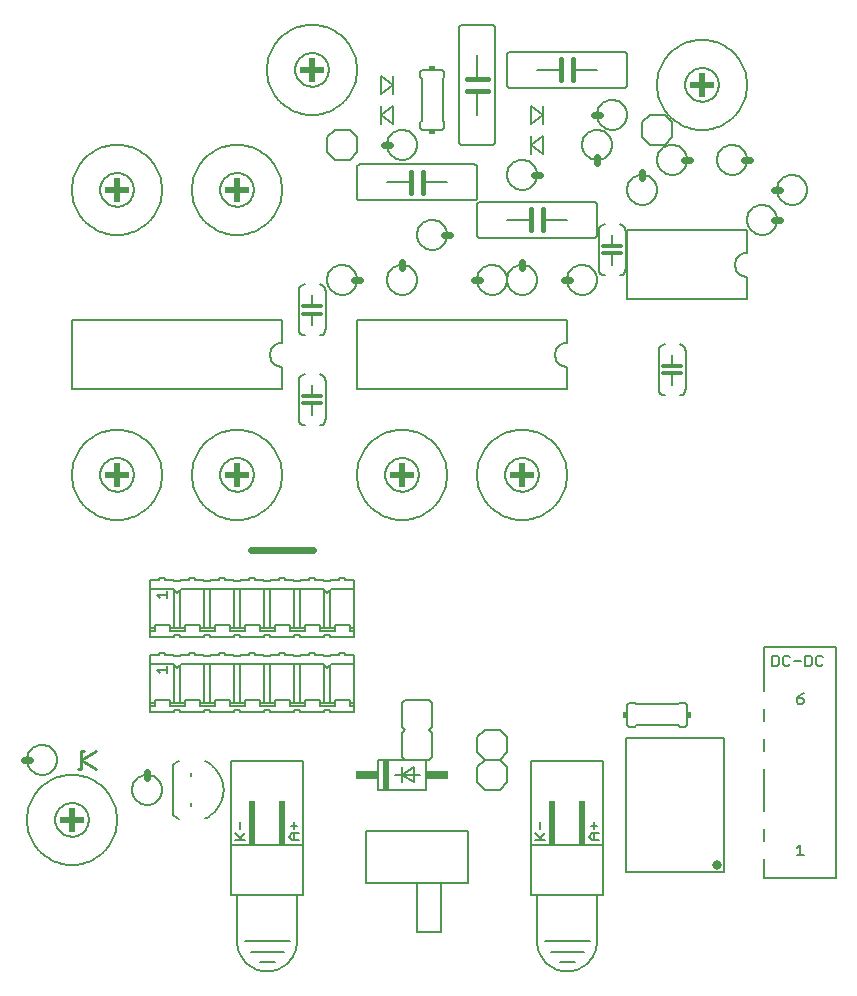
<source format=gto>
G75*
G70*
%OFA0B0*%
%FSLAX24Y24*%
%IPPOS*%
%LPD*%
%AMOC8*
5,1,8,0,0,1.08239X$1,22.5*
%
%ADD10C,0.0060*%
%ADD11C,0.0240*%
%ADD12C,0.0160*%
%ADD13R,0.0200X0.0150*%
%ADD14R,0.0800X0.0200*%
%ADD15R,0.0200X0.0800*%
%ADD16C,0.0080*%
%ADD17C,0.0320*%
%ADD18C,0.0050*%
%ADD19R,0.0200X0.1500*%
%ADD20R,0.0150X0.0200*%
%ADD21C,0.0120*%
%ADD22C,0.0100*%
%ADD23R,0.0200X0.1000*%
%ADD24R,0.0750X0.0300*%
D10*
X006331Y007180D02*
X006333Y007224D01*
X006339Y007268D01*
X006349Y007311D01*
X006362Y007353D01*
X006379Y007394D01*
X006400Y007433D01*
X006424Y007470D01*
X006451Y007505D01*
X006481Y007537D01*
X006514Y007567D01*
X006550Y007593D01*
X006587Y007617D01*
X006627Y007636D01*
X006668Y007653D01*
X006711Y007665D01*
X006754Y007674D01*
X006798Y007679D01*
X006842Y007680D01*
X006886Y007677D01*
X006930Y007670D01*
X006973Y007659D01*
X007015Y007645D01*
X007055Y007627D01*
X007094Y007605D01*
X007130Y007581D01*
X007164Y007553D01*
X007196Y007522D01*
X007225Y007488D01*
X007251Y007452D01*
X007273Y007414D01*
X007292Y007374D01*
X007307Y007332D01*
X007319Y007290D01*
X007327Y007246D01*
X007331Y007202D01*
X007331Y007158D01*
X007327Y007114D01*
X007319Y007070D01*
X007307Y007028D01*
X007292Y006986D01*
X007273Y006946D01*
X007251Y006908D01*
X007225Y006872D01*
X007196Y006838D01*
X007164Y006807D01*
X007130Y006779D01*
X007094Y006755D01*
X007055Y006733D01*
X007015Y006715D01*
X006973Y006701D01*
X006930Y006690D01*
X006886Y006683D01*
X006842Y006680D01*
X006798Y006681D01*
X006754Y006686D01*
X006711Y006695D01*
X006668Y006707D01*
X006627Y006724D01*
X006587Y006743D01*
X006550Y006767D01*
X006514Y006793D01*
X006481Y006823D01*
X006451Y006855D01*
X006424Y006890D01*
X006400Y006927D01*
X006379Y006966D01*
X006362Y007007D01*
X006349Y007049D01*
X006339Y007092D01*
X006333Y007136D01*
X006331Y007180D01*
X007272Y005180D02*
X007274Y005227D01*
X007280Y005273D01*
X007290Y005319D01*
X007303Y005364D01*
X007320Y005407D01*
X007341Y005449D01*
X007365Y005489D01*
X007393Y005527D01*
X007424Y005563D01*
X007457Y005595D01*
X007493Y005625D01*
X007531Y005652D01*
X007572Y005675D01*
X007614Y005695D01*
X007658Y005712D01*
X007703Y005724D01*
X007749Y005733D01*
X007796Y005738D01*
X007843Y005739D01*
X007889Y005736D01*
X007936Y005729D01*
X007981Y005718D01*
X008026Y005704D01*
X008069Y005686D01*
X008110Y005664D01*
X008150Y005639D01*
X008187Y005611D01*
X008222Y005579D01*
X008254Y005545D01*
X008283Y005509D01*
X008309Y005470D01*
X008332Y005429D01*
X008351Y005386D01*
X008366Y005342D01*
X008378Y005296D01*
X008386Y005250D01*
X008390Y005203D01*
X008390Y005157D01*
X008386Y005110D01*
X008378Y005064D01*
X008366Y005018D01*
X008351Y004974D01*
X008332Y004931D01*
X008309Y004890D01*
X008283Y004851D01*
X008254Y004815D01*
X008222Y004781D01*
X008187Y004749D01*
X008150Y004721D01*
X008111Y004696D01*
X008069Y004674D01*
X008026Y004656D01*
X007981Y004642D01*
X007936Y004631D01*
X007889Y004624D01*
X007843Y004621D01*
X007796Y004622D01*
X007749Y004627D01*
X007703Y004636D01*
X007658Y004648D01*
X007614Y004665D01*
X007572Y004685D01*
X007531Y004708D01*
X007493Y004735D01*
X007457Y004765D01*
X007424Y004797D01*
X007393Y004833D01*
X007365Y004871D01*
X007341Y004911D01*
X007320Y004953D01*
X007303Y004996D01*
X007290Y005041D01*
X007280Y005087D01*
X007274Y005133D01*
X007272Y005180D01*
X006331Y005180D02*
X006333Y005257D01*
X006339Y005334D01*
X006349Y005411D01*
X006363Y005487D01*
X006380Y005562D01*
X006402Y005636D01*
X006427Y005709D01*
X006457Y005781D01*
X006489Y005851D01*
X006526Y005919D01*
X006565Y005985D01*
X006608Y006049D01*
X006655Y006111D01*
X006704Y006170D01*
X006757Y006227D01*
X006812Y006281D01*
X006870Y006332D01*
X006931Y006380D01*
X006994Y006425D01*
X007059Y006466D01*
X007126Y006504D01*
X007195Y006539D01*
X007266Y006569D01*
X007338Y006597D01*
X007412Y006620D01*
X007486Y006640D01*
X007562Y006656D01*
X007638Y006668D01*
X007715Y006676D01*
X007792Y006680D01*
X007870Y006680D01*
X007947Y006676D01*
X008024Y006668D01*
X008100Y006656D01*
X008176Y006640D01*
X008250Y006620D01*
X008324Y006597D01*
X008396Y006569D01*
X008467Y006539D01*
X008536Y006504D01*
X008603Y006466D01*
X008668Y006425D01*
X008731Y006380D01*
X008792Y006332D01*
X008850Y006281D01*
X008905Y006227D01*
X008958Y006170D01*
X009007Y006111D01*
X009054Y006049D01*
X009097Y005985D01*
X009136Y005919D01*
X009173Y005851D01*
X009205Y005781D01*
X009235Y005709D01*
X009260Y005636D01*
X009282Y005562D01*
X009299Y005487D01*
X009313Y005411D01*
X009323Y005334D01*
X009329Y005257D01*
X009331Y005180D01*
X009329Y005103D01*
X009323Y005026D01*
X009313Y004949D01*
X009299Y004873D01*
X009282Y004798D01*
X009260Y004724D01*
X009235Y004651D01*
X009205Y004579D01*
X009173Y004509D01*
X009136Y004441D01*
X009097Y004375D01*
X009054Y004311D01*
X009007Y004249D01*
X008958Y004190D01*
X008905Y004133D01*
X008850Y004079D01*
X008792Y004028D01*
X008731Y003980D01*
X008668Y003935D01*
X008603Y003894D01*
X008536Y003856D01*
X008467Y003821D01*
X008396Y003791D01*
X008324Y003763D01*
X008250Y003740D01*
X008176Y003720D01*
X008100Y003704D01*
X008024Y003692D01*
X007947Y003684D01*
X007870Y003680D01*
X007792Y003680D01*
X007715Y003684D01*
X007638Y003692D01*
X007562Y003704D01*
X007486Y003720D01*
X007412Y003740D01*
X007338Y003763D01*
X007266Y003791D01*
X007195Y003821D01*
X007126Y003856D01*
X007059Y003894D01*
X006994Y003935D01*
X006931Y003980D01*
X006870Y004028D01*
X006812Y004079D01*
X006757Y004133D01*
X006704Y004190D01*
X006655Y004249D01*
X006608Y004311D01*
X006565Y004375D01*
X006526Y004441D01*
X006489Y004509D01*
X006457Y004579D01*
X006427Y004651D01*
X006402Y004724D01*
X006380Y004798D01*
X006363Y004873D01*
X006349Y004949D01*
X006339Y005026D01*
X006333Y005103D01*
X006331Y005180D01*
X009831Y006180D02*
X009833Y006224D01*
X009839Y006268D01*
X009849Y006311D01*
X009862Y006353D01*
X009879Y006394D01*
X009900Y006433D01*
X009924Y006470D01*
X009951Y006505D01*
X009981Y006537D01*
X010014Y006567D01*
X010050Y006593D01*
X010087Y006617D01*
X010127Y006636D01*
X010168Y006653D01*
X010211Y006665D01*
X010254Y006674D01*
X010298Y006679D01*
X010342Y006680D01*
X010386Y006677D01*
X010430Y006670D01*
X010473Y006659D01*
X010515Y006645D01*
X010555Y006627D01*
X010594Y006605D01*
X010630Y006581D01*
X010664Y006553D01*
X010696Y006522D01*
X010725Y006488D01*
X010751Y006452D01*
X010773Y006414D01*
X010792Y006374D01*
X010807Y006332D01*
X010819Y006290D01*
X010827Y006246D01*
X010831Y006202D01*
X010831Y006158D01*
X010827Y006114D01*
X010819Y006070D01*
X010807Y006028D01*
X010792Y005986D01*
X010773Y005946D01*
X010751Y005908D01*
X010725Y005872D01*
X010696Y005838D01*
X010664Y005807D01*
X010630Y005779D01*
X010594Y005755D01*
X010555Y005733D01*
X010515Y005715D01*
X010473Y005701D01*
X010430Y005690D01*
X010386Y005683D01*
X010342Y005680D01*
X010298Y005681D01*
X010254Y005686D01*
X010211Y005695D01*
X010168Y005707D01*
X010127Y005724D01*
X010087Y005743D01*
X010050Y005767D01*
X010014Y005793D01*
X009981Y005823D01*
X009951Y005855D01*
X009924Y005890D01*
X009900Y005927D01*
X009879Y005966D01*
X009862Y006007D01*
X009849Y006049D01*
X009839Y006092D01*
X009833Y006136D01*
X009831Y006180D01*
X010431Y008780D02*
X010431Y008980D01*
X010431Y009080D01*
X010581Y009080D01*
X010581Y009180D01*
X011081Y009180D01*
X011081Y009080D01*
X011231Y009080D01*
X011231Y010330D01*
X011331Y010230D01*
X011431Y010330D01*
X011431Y009080D01*
X011581Y009080D01*
X011581Y009180D01*
X012081Y009180D01*
X012081Y009080D01*
X012231Y009080D01*
X012231Y010380D01*
X012431Y010380D01*
X013231Y010380D01*
X013431Y010380D01*
X014231Y010380D01*
X014431Y010380D01*
X015231Y010380D01*
X015431Y010380D01*
X016181Y010380D01*
X016231Y010330D01*
X016231Y009080D01*
X016431Y009080D01*
X016431Y010330D01*
X016481Y010380D01*
X017231Y010380D01*
X017231Y009080D01*
X017231Y008980D01*
X017081Y008980D01*
X017081Y009080D01*
X017081Y009180D01*
X016581Y009180D01*
X016581Y009080D01*
X016431Y009080D01*
X016581Y009080D02*
X016581Y008980D01*
X016081Y008980D01*
X016081Y009080D01*
X016231Y009080D01*
X016081Y009080D02*
X016081Y009180D01*
X015581Y009180D01*
X015581Y009080D01*
X015431Y009080D01*
X015431Y010380D01*
X015231Y010380D02*
X015231Y009080D01*
X015431Y009080D01*
X015581Y009080D02*
X015581Y008980D01*
X015081Y008980D01*
X015081Y009080D01*
X015231Y009080D01*
X015081Y009080D02*
X015081Y009180D01*
X014581Y009180D01*
X014581Y009080D01*
X014431Y009080D01*
X014431Y010380D01*
X014231Y010380D02*
X014231Y009080D01*
X014431Y009080D01*
X014581Y009080D02*
X014581Y008980D01*
X014081Y008980D01*
X014081Y009080D01*
X014231Y009080D01*
X014081Y009080D02*
X014081Y009180D01*
X013581Y009180D01*
X013581Y009080D01*
X013431Y009080D01*
X013231Y009080D01*
X013081Y009080D01*
X013081Y009180D01*
X012581Y009180D01*
X012581Y009080D01*
X012431Y009080D01*
X012431Y010380D01*
X012231Y010380D02*
X011481Y010380D01*
X011431Y010330D01*
X011231Y010330D02*
X011181Y010380D01*
X010431Y010380D01*
X010431Y009080D01*
X010431Y008980D02*
X010581Y008980D01*
X010581Y009080D01*
X010431Y008780D02*
X011231Y008780D01*
X011231Y008830D01*
X011431Y008830D01*
X011431Y008780D01*
X012231Y008780D01*
X012231Y008830D01*
X012431Y008830D01*
X012431Y008780D01*
X013231Y008780D01*
X013231Y008830D01*
X013431Y008830D01*
X013431Y008780D01*
X014231Y008780D01*
X014231Y008830D01*
X014431Y008830D01*
X014431Y008780D01*
X015231Y008780D01*
X015231Y008830D01*
X015431Y008830D01*
X015431Y008780D01*
X016231Y008780D01*
X016231Y008830D01*
X016431Y008830D01*
X016431Y008780D01*
X017231Y008780D01*
X017231Y008980D01*
X017231Y009080D02*
X017081Y009080D01*
X016331Y010230D02*
X016231Y010330D01*
X016331Y010230D02*
X016431Y010330D01*
X016431Y010630D02*
X016231Y010630D01*
X016231Y010680D01*
X015931Y010680D01*
X015931Y010730D01*
X015731Y010730D01*
X015731Y010680D01*
X015431Y010680D01*
X015431Y010630D01*
X015231Y010630D01*
X015231Y010680D01*
X014931Y010680D01*
X014931Y010730D01*
X014731Y010730D01*
X014731Y010680D01*
X014431Y010680D01*
X014431Y010630D01*
X014231Y010630D01*
X014231Y010680D01*
X013931Y010680D01*
X013931Y010730D01*
X013731Y010730D01*
X013731Y010680D01*
X013431Y010680D01*
X013431Y010630D01*
X013231Y010630D01*
X013231Y010680D01*
X012931Y010680D01*
X012931Y010730D01*
X012731Y010730D01*
X012731Y010680D01*
X012431Y010680D01*
X012431Y010630D01*
X012231Y010630D01*
X012231Y010680D01*
X011931Y010680D01*
X011931Y010730D01*
X011731Y010730D01*
X011731Y010680D01*
X011431Y010680D01*
X011431Y010630D01*
X011231Y010630D01*
X011231Y010680D01*
X010931Y010680D01*
X010931Y010730D01*
X010731Y010730D01*
X010731Y010680D01*
X010431Y010680D01*
X010431Y010380D01*
X010431Y011280D02*
X010431Y011480D01*
X010431Y011580D01*
X010581Y011580D01*
X010581Y011680D01*
X011081Y011680D01*
X011081Y011580D01*
X011231Y011580D01*
X011231Y012830D01*
X011331Y012730D01*
X011431Y012830D01*
X011431Y011580D01*
X011581Y011580D01*
X011581Y011680D01*
X012081Y011680D01*
X012081Y011580D01*
X012231Y011580D01*
X012231Y012880D01*
X012431Y012880D01*
X013231Y012880D01*
X013431Y012880D01*
X014231Y012880D01*
X014431Y012880D01*
X015231Y012880D01*
X015431Y012880D01*
X016181Y012880D01*
X016231Y012830D01*
X016231Y011580D01*
X016431Y011580D01*
X016431Y012830D01*
X016481Y012880D01*
X017231Y012880D01*
X017231Y011580D01*
X017231Y011480D01*
X017081Y011480D01*
X017081Y011580D01*
X017081Y011680D01*
X016581Y011680D01*
X016581Y011580D01*
X016431Y011580D01*
X016581Y011580D02*
X016581Y011480D01*
X016081Y011480D01*
X016081Y011580D01*
X016231Y011580D01*
X016081Y011580D02*
X016081Y011680D01*
X015581Y011680D01*
X015581Y011580D01*
X015431Y011580D01*
X015431Y012880D01*
X015231Y012880D02*
X015231Y011580D01*
X015431Y011580D01*
X015581Y011580D02*
X015581Y011480D01*
X015081Y011480D01*
X015081Y011580D01*
X015231Y011580D01*
X015081Y011580D02*
X015081Y011680D01*
X014581Y011680D01*
X014581Y011580D01*
X014431Y011580D01*
X014431Y012880D01*
X014231Y012880D02*
X014231Y011580D01*
X014431Y011580D01*
X014581Y011580D02*
X014581Y011480D01*
X014081Y011480D01*
X014081Y011580D01*
X014231Y011580D01*
X014081Y011580D02*
X014081Y011680D01*
X013581Y011680D01*
X013581Y011580D01*
X013431Y011580D01*
X013231Y011580D01*
X013081Y011580D01*
X013081Y011680D01*
X012581Y011680D01*
X012581Y011580D01*
X012431Y011580D01*
X012431Y012880D01*
X012231Y012880D02*
X011481Y012880D01*
X011431Y012830D01*
X011231Y012830D02*
X011181Y012880D01*
X010431Y012880D01*
X010431Y011580D01*
X010431Y011480D02*
X010581Y011480D01*
X010581Y011580D01*
X010431Y011280D02*
X011231Y011280D01*
X011231Y011330D01*
X011431Y011330D01*
X011431Y011280D01*
X012231Y011280D01*
X012231Y011330D01*
X012431Y011330D01*
X012431Y011280D01*
X013231Y011280D01*
X013231Y011330D01*
X013431Y011330D01*
X013431Y011280D01*
X014231Y011280D01*
X014231Y011330D01*
X014431Y011330D01*
X014431Y011280D01*
X015231Y011280D01*
X015231Y011330D01*
X015431Y011330D01*
X015431Y011280D01*
X016231Y011280D01*
X016231Y011330D01*
X016431Y011330D01*
X016431Y011280D01*
X017231Y011280D01*
X017231Y011480D01*
X017231Y011580D02*
X017081Y011580D01*
X016931Y010730D02*
X016731Y010730D01*
X016731Y010680D01*
X016431Y010680D01*
X016431Y010630D01*
X016931Y010680D02*
X016931Y010730D01*
X016931Y010680D02*
X017231Y010680D01*
X017231Y010380D01*
X018831Y009080D02*
X018831Y008280D01*
X018931Y008180D01*
X018831Y008080D01*
X018831Y007280D01*
X018931Y007180D01*
X019731Y007180D01*
X019831Y007280D01*
X019831Y008080D01*
X019731Y008180D01*
X019831Y008280D01*
X019831Y009080D01*
X019731Y009180D01*
X018931Y009180D01*
X018831Y009080D01*
X018031Y007180D02*
X019631Y007180D01*
X019631Y006180D01*
X018031Y006180D01*
X018031Y007180D01*
X018581Y006680D02*
X018831Y006680D01*
X018831Y006430D01*
X018831Y006680D02*
X018831Y006930D01*
X018831Y006680D02*
X019231Y006930D01*
X019231Y006430D01*
X018831Y006680D01*
X019431Y006680D01*
X021331Y006430D02*
X021581Y006180D01*
X022081Y006180D01*
X022331Y006430D01*
X022331Y006930D01*
X022081Y007180D01*
X022331Y007430D01*
X022331Y007930D01*
X022081Y008180D01*
X021581Y008180D01*
X021331Y007930D01*
X021331Y007430D01*
X021581Y007180D01*
X022081Y007180D01*
X021581Y007180D02*
X021331Y006930D01*
X021331Y006430D01*
X023131Y007130D02*
X023131Y004330D01*
X023131Y002680D01*
X023331Y002680D01*
X025331Y002680D01*
X025331Y001130D01*
X025081Y001130D02*
X023581Y001130D01*
X023331Y001130D02*
X023331Y002680D01*
X023131Y004330D02*
X025531Y004330D01*
X025531Y007130D01*
X023131Y007130D01*
X023431Y005105D02*
X023431Y004878D01*
X023601Y004737D02*
X023431Y004567D01*
X023488Y004510D02*
X023261Y004737D01*
X023261Y004510D02*
X023601Y004510D01*
X025061Y004623D02*
X025174Y004737D01*
X025401Y004737D01*
X025231Y004737D02*
X025231Y004510D01*
X025174Y004510D02*
X025061Y004623D01*
X025174Y004510D02*
X025401Y004510D01*
X025531Y004330D02*
X025531Y002680D01*
X025331Y002680D01*
X025331Y001130D02*
X025329Y001068D01*
X025323Y001007D01*
X025314Y000946D01*
X025301Y000886D01*
X025284Y000827D01*
X025263Y000769D01*
X025239Y000712D01*
X025212Y000657D01*
X025181Y000604D01*
X025147Y000552D01*
X025110Y000503D01*
X025070Y000456D01*
X025027Y000412D01*
X024982Y000371D01*
X024934Y000332D01*
X024883Y000296D01*
X024831Y000264D01*
X024777Y000235D01*
X024721Y000209D01*
X024663Y000187D01*
X024605Y000168D01*
X024545Y000153D01*
X024484Y000142D01*
X024423Y000134D01*
X024362Y000130D01*
X024300Y000130D01*
X024239Y000134D01*
X024178Y000142D01*
X024117Y000153D01*
X024057Y000168D01*
X023999Y000187D01*
X023941Y000209D01*
X023885Y000235D01*
X023831Y000264D01*
X023779Y000296D01*
X023728Y000332D01*
X023680Y000371D01*
X023635Y000412D01*
X023592Y000456D01*
X023552Y000503D01*
X023515Y000552D01*
X023481Y000604D01*
X023450Y000657D01*
X023423Y000712D01*
X023399Y000769D01*
X023378Y000827D01*
X023361Y000886D01*
X023348Y000946D01*
X023339Y001007D01*
X023333Y001068D01*
X023331Y001130D01*
X023781Y000780D02*
X024881Y000780D01*
X024581Y000430D02*
X024081Y000430D01*
X025231Y004878D02*
X025231Y005105D01*
X025344Y004992D02*
X025117Y004992D01*
X026431Y008280D02*
X026581Y008280D01*
X026631Y008330D01*
X028031Y008330D01*
X028081Y008280D01*
X028231Y008280D01*
X028248Y008282D01*
X028265Y008286D01*
X028281Y008293D01*
X028295Y008303D01*
X028308Y008316D01*
X028318Y008330D01*
X028325Y008346D01*
X028329Y008363D01*
X028331Y008380D01*
X028331Y008980D01*
X028329Y008997D01*
X028325Y009014D01*
X028318Y009030D01*
X028308Y009044D01*
X028295Y009057D01*
X028281Y009067D01*
X028265Y009074D01*
X028248Y009078D01*
X028231Y009080D01*
X028081Y009080D01*
X028031Y009030D01*
X026631Y009030D01*
X026581Y009080D01*
X026431Y009080D01*
X026414Y009078D01*
X026397Y009074D01*
X026381Y009067D01*
X026367Y009057D01*
X026354Y009044D01*
X026344Y009030D01*
X026337Y009014D01*
X026333Y008997D01*
X026331Y008980D01*
X026331Y008380D01*
X026333Y008363D01*
X026337Y008346D01*
X026344Y008330D01*
X026354Y008316D01*
X026367Y008303D01*
X026381Y008293D01*
X026397Y008286D01*
X026414Y008282D01*
X026431Y008280D01*
X030881Y008480D02*
X030881Y008880D01*
X030881Y009480D02*
X030881Y010930D01*
X033281Y010930D01*
X033281Y003230D01*
X030881Y003230D01*
X030881Y003880D01*
X030881Y004480D02*
X030881Y004880D01*
X030881Y005480D02*
X030881Y006880D01*
X030881Y007480D02*
X030881Y007880D01*
X022272Y016680D02*
X022274Y016727D01*
X022280Y016773D01*
X022290Y016819D01*
X022303Y016864D01*
X022320Y016907D01*
X022341Y016949D01*
X022365Y016989D01*
X022393Y017027D01*
X022424Y017063D01*
X022457Y017095D01*
X022493Y017125D01*
X022531Y017152D01*
X022572Y017175D01*
X022614Y017195D01*
X022658Y017212D01*
X022703Y017224D01*
X022749Y017233D01*
X022796Y017238D01*
X022843Y017239D01*
X022889Y017236D01*
X022936Y017229D01*
X022981Y017218D01*
X023026Y017204D01*
X023069Y017186D01*
X023110Y017164D01*
X023150Y017139D01*
X023187Y017111D01*
X023222Y017079D01*
X023254Y017045D01*
X023283Y017009D01*
X023309Y016970D01*
X023332Y016929D01*
X023351Y016886D01*
X023366Y016842D01*
X023378Y016796D01*
X023386Y016750D01*
X023390Y016703D01*
X023390Y016657D01*
X023386Y016610D01*
X023378Y016564D01*
X023366Y016518D01*
X023351Y016474D01*
X023332Y016431D01*
X023309Y016390D01*
X023283Y016351D01*
X023254Y016315D01*
X023222Y016281D01*
X023187Y016249D01*
X023150Y016221D01*
X023111Y016196D01*
X023069Y016174D01*
X023026Y016156D01*
X022981Y016142D01*
X022936Y016131D01*
X022889Y016124D01*
X022843Y016121D01*
X022796Y016122D01*
X022749Y016127D01*
X022703Y016136D01*
X022658Y016148D01*
X022614Y016165D01*
X022572Y016185D01*
X022531Y016208D01*
X022493Y016235D01*
X022457Y016265D01*
X022424Y016297D01*
X022393Y016333D01*
X022365Y016371D01*
X022341Y016411D01*
X022320Y016453D01*
X022303Y016496D01*
X022290Y016541D01*
X022280Y016587D01*
X022274Y016633D01*
X022272Y016680D01*
X021331Y016680D02*
X021333Y016757D01*
X021339Y016834D01*
X021349Y016911D01*
X021363Y016987D01*
X021380Y017062D01*
X021402Y017136D01*
X021427Y017209D01*
X021457Y017281D01*
X021489Y017351D01*
X021526Y017419D01*
X021565Y017485D01*
X021608Y017549D01*
X021655Y017611D01*
X021704Y017670D01*
X021757Y017727D01*
X021812Y017781D01*
X021870Y017832D01*
X021931Y017880D01*
X021994Y017925D01*
X022059Y017966D01*
X022126Y018004D01*
X022195Y018039D01*
X022266Y018069D01*
X022338Y018097D01*
X022412Y018120D01*
X022486Y018140D01*
X022562Y018156D01*
X022638Y018168D01*
X022715Y018176D01*
X022792Y018180D01*
X022870Y018180D01*
X022947Y018176D01*
X023024Y018168D01*
X023100Y018156D01*
X023176Y018140D01*
X023250Y018120D01*
X023324Y018097D01*
X023396Y018069D01*
X023467Y018039D01*
X023536Y018004D01*
X023603Y017966D01*
X023668Y017925D01*
X023731Y017880D01*
X023792Y017832D01*
X023850Y017781D01*
X023905Y017727D01*
X023958Y017670D01*
X024007Y017611D01*
X024054Y017549D01*
X024097Y017485D01*
X024136Y017419D01*
X024173Y017351D01*
X024205Y017281D01*
X024235Y017209D01*
X024260Y017136D01*
X024282Y017062D01*
X024299Y016987D01*
X024313Y016911D01*
X024323Y016834D01*
X024329Y016757D01*
X024331Y016680D01*
X024329Y016603D01*
X024323Y016526D01*
X024313Y016449D01*
X024299Y016373D01*
X024282Y016298D01*
X024260Y016224D01*
X024235Y016151D01*
X024205Y016079D01*
X024173Y016009D01*
X024136Y015941D01*
X024097Y015875D01*
X024054Y015811D01*
X024007Y015749D01*
X023958Y015690D01*
X023905Y015633D01*
X023850Y015579D01*
X023792Y015528D01*
X023731Y015480D01*
X023668Y015435D01*
X023603Y015394D01*
X023536Y015356D01*
X023467Y015321D01*
X023396Y015291D01*
X023324Y015263D01*
X023250Y015240D01*
X023176Y015220D01*
X023100Y015204D01*
X023024Y015192D01*
X022947Y015184D01*
X022870Y015180D01*
X022792Y015180D01*
X022715Y015184D01*
X022638Y015192D01*
X022562Y015204D01*
X022486Y015220D01*
X022412Y015240D01*
X022338Y015263D01*
X022266Y015291D01*
X022195Y015321D01*
X022126Y015356D01*
X022059Y015394D01*
X021994Y015435D01*
X021931Y015480D01*
X021870Y015528D01*
X021812Y015579D01*
X021757Y015633D01*
X021704Y015690D01*
X021655Y015749D01*
X021608Y015811D01*
X021565Y015875D01*
X021526Y015941D01*
X021489Y016009D01*
X021457Y016079D01*
X021427Y016151D01*
X021402Y016224D01*
X021380Y016298D01*
X021363Y016373D01*
X021349Y016449D01*
X021339Y016526D01*
X021333Y016603D01*
X021331Y016680D01*
X018272Y016680D02*
X018274Y016727D01*
X018280Y016773D01*
X018290Y016819D01*
X018303Y016864D01*
X018320Y016907D01*
X018341Y016949D01*
X018365Y016989D01*
X018393Y017027D01*
X018424Y017063D01*
X018457Y017095D01*
X018493Y017125D01*
X018531Y017152D01*
X018572Y017175D01*
X018614Y017195D01*
X018658Y017212D01*
X018703Y017224D01*
X018749Y017233D01*
X018796Y017238D01*
X018843Y017239D01*
X018889Y017236D01*
X018936Y017229D01*
X018981Y017218D01*
X019026Y017204D01*
X019069Y017186D01*
X019110Y017164D01*
X019150Y017139D01*
X019187Y017111D01*
X019222Y017079D01*
X019254Y017045D01*
X019283Y017009D01*
X019309Y016970D01*
X019332Y016929D01*
X019351Y016886D01*
X019366Y016842D01*
X019378Y016796D01*
X019386Y016750D01*
X019390Y016703D01*
X019390Y016657D01*
X019386Y016610D01*
X019378Y016564D01*
X019366Y016518D01*
X019351Y016474D01*
X019332Y016431D01*
X019309Y016390D01*
X019283Y016351D01*
X019254Y016315D01*
X019222Y016281D01*
X019187Y016249D01*
X019150Y016221D01*
X019111Y016196D01*
X019069Y016174D01*
X019026Y016156D01*
X018981Y016142D01*
X018936Y016131D01*
X018889Y016124D01*
X018843Y016121D01*
X018796Y016122D01*
X018749Y016127D01*
X018703Y016136D01*
X018658Y016148D01*
X018614Y016165D01*
X018572Y016185D01*
X018531Y016208D01*
X018493Y016235D01*
X018457Y016265D01*
X018424Y016297D01*
X018393Y016333D01*
X018365Y016371D01*
X018341Y016411D01*
X018320Y016453D01*
X018303Y016496D01*
X018290Y016541D01*
X018280Y016587D01*
X018274Y016633D01*
X018272Y016680D01*
X017331Y016680D02*
X017333Y016757D01*
X017339Y016834D01*
X017349Y016911D01*
X017363Y016987D01*
X017380Y017062D01*
X017402Y017136D01*
X017427Y017209D01*
X017457Y017281D01*
X017489Y017351D01*
X017526Y017419D01*
X017565Y017485D01*
X017608Y017549D01*
X017655Y017611D01*
X017704Y017670D01*
X017757Y017727D01*
X017812Y017781D01*
X017870Y017832D01*
X017931Y017880D01*
X017994Y017925D01*
X018059Y017966D01*
X018126Y018004D01*
X018195Y018039D01*
X018266Y018069D01*
X018338Y018097D01*
X018412Y018120D01*
X018486Y018140D01*
X018562Y018156D01*
X018638Y018168D01*
X018715Y018176D01*
X018792Y018180D01*
X018870Y018180D01*
X018947Y018176D01*
X019024Y018168D01*
X019100Y018156D01*
X019176Y018140D01*
X019250Y018120D01*
X019324Y018097D01*
X019396Y018069D01*
X019467Y018039D01*
X019536Y018004D01*
X019603Y017966D01*
X019668Y017925D01*
X019731Y017880D01*
X019792Y017832D01*
X019850Y017781D01*
X019905Y017727D01*
X019958Y017670D01*
X020007Y017611D01*
X020054Y017549D01*
X020097Y017485D01*
X020136Y017419D01*
X020173Y017351D01*
X020205Y017281D01*
X020235Y017209D01*
X020260Y017136D01*
X020282Y017062D01*
X020299Y016987D01*
X020313Y016911D01*
X020323Y016834D01*
X020329Y016757D01*
X020331Y016680D01*
X020329Y016603D01*
X020323Y016526D01*
X020313Y016449D01*
X020299Y016373D01*
X020282Y016298D01*
X020260Y016224D01*
X020235Y016151D01*
X020205Y016079D01*
X020173Y016009D01*
X020136Y015941D01*
X020097Y015875D01*
X020054Y015811D01*
X020007Y015749D01*
X019958Y015690D01*
X019905Y015633D01*
X019850Y015579D01*
X019792Y015528D01*
X019731Y015480D01*
X019668Y015435D01*
X019603Y015394D01*
X019536Y015356D01*
X019467Y015321D01*
X019396Y015291D01*
X019324Y015263D01*
X019250Y015240D01*
X019176Y015220D01*
X019100Y015204D01*
X019024Y015192D01*
X018947Y015184D01*
X018870Y015180D01*
X018792Y015180D01*
X018715Y015184D01*
X018638Y015192D01*
X018562Y015204D01*
X018486Y015220D01*
X018412Y015240D01*
X018338Y015263D01*
X018266Y015291D01*
X018195Y015321D01*
X018126Y015356D01*
X018059Y015394D01*
X017994Y015435D01*
X017931Y015480D01*
X017870Y015528D01*
X017812Y015579D01*
X017757Y015633D01*
X017704Y015690D01*
X017655Y015749D01*
X017608Y015811D01*
X017565Y015875D01*
X017526Y015941D01*
X017489Y016009D01*
X017457Y016079D01*
X017427Y016151D01*
X017402Y016224D01*
X017380Y016298D01*
X017363Y016373D01*
X017349Y016449D01*
X017339Y016526D01*
X017333Y016603D01*
X017331Y016680D01*
X016281Y018530D02*
X016281Y019830D01*
X016279Y019856D01*
X016274Y019882D01*
X016266Y019907D01*
X016254Y019930D01*
X016240Y019952D01*
X016222Y019971D01*
X016203Y019989D01*
X016181Y020003D01*
X016158Y020015D01*
X016133Y020023D01*
X016107Y020028D01*
X016081Y020030D01*
X015831Y019680D02*
X015831Y019310D01*
X015831Y019060D02*
X015831Y018680D01*
X016081Y018330D02*
X016107Y018332D01*
X016133Y018337D01*
X016158Y018345D01*
X016181Y018357D01*
X016203Y018371D01*
X016222Y018389D01*
X016240Y018408D01*
X016254Y018430D01*
X016266Y018453D01*
X016274Y018478D01*
X016279Y018504D01*
X016281Y018530D01*
X015581Y018330D02*
X015555Y018332D01*
X015529Y018337D01*
X015504Y018345D01*
X015481Y018357D01*
X015459Y018371D01*
X015440Y018389D01*
X015422Y018408D01*
X015408Y018430D01*
X015396Y018453D01*
X015388Y018478D01*
X015383Y018504D01*
X015381Y018530D01*
X015381Y019830D01*
X015383Y019856D01*
X015388Y019882D01*
X015396Y019907D01*
X015408Y019930D01*
X015422Y019952D01*
X015440Y019971D01*
X015459Y019989D01*
X015481Y020003D01*
X015504Y020015D01*
X015529Y020023D01*
X015555Y020028D01*
X015581Y020030D01*
X014831Y020280D02*
X014831Y019530D01*
X007831Y019530D01*
X007831Y021830D01*
X014831Y021830D01*
X014831Y021080D01*
X014792Y021078D01*
X014753Y021072D01*
X014715Y021063D01*
X014678Y021050D01*
X014642Y021033D01*
X014609Y021013D01*
X014577Y020989D01*
X014548Y020963D01*
X014522Y020934D01*
X014498Y020902D01*
X014478Y020869D01*
X014461Y020833D01*
X014448Y020796D01*
X014439Y020758D01*
X014433Y020719D01*
X014431Y020680D01*
X014433Y020641D01*
X014439Y020602D01*
X014448Y020564D01*
X014461Y020527D01*
X014478Y020491D01*
X014498Y020458D01*
X014522Y020426D01*
X014548Y020397D01*
X014577Y020371D01*
X014609Y020347D01*
X014642Y020327D01*
X014678Y020310D01*
X014715Y020297D01*
X014753Y020288D01*
X014792Y020282D01*
X014831Y020280D01*
X015381Y021530D02*
X015381Y022830D01*
X015383Y022856D01*
X015388Y022882D01*
X015396Y022907D01*
X015408Y022930D01*
X015422Y022952D01*
X015440Y022971D01*
X015459Y022989D01*
X015481Y023003D01*
X015504Y023015D01*
X015529Y023023D01*
X015555Y023028D01*
X015581Y023030D01*
X015831Y022680D02*
X015831Y022300D01*
X015831Y022050D02*
X015831Y021680D01*
X016081Y021330D02*
X016107Y021332D01*
X016133Y021337D01*
X016158Y021345D01*
X016181Y021357D01*
X016203Y021371D01*
X016222Y021389D01*
X016240Y021408D01*
X016254Y021430D01*
X016266Y021453D01*
X016274Y021478D01*
X016279Y021504D01*
X016281Y021530D01*
X016281Y022830D01*
X016279Y022856D01*
X016274Y022882D01*
X016266Y022907D01*
X016254Y022930D01*
X016240Y022952D01*
X016222Y022971D01*
X016203Y022989D01*
X016181Y023003D01*
X016158Y023015D01*
X016133Y023023D01*
X016107Y023028D01*
X016081Y023030D01*
X016331Y023180D02*
X016333Y023224D01*
X016339Y023268D01*
X016349Y023311D01*
X016362Y023353D01*
X016379Y023394D01*
X016400Y023433D01*
X016424Y023470D01*
X016451Y023505D01*
X016481Y023537D01*
X016514Y023567D01*
X016550Y023593D01*
X016587Y023617D01*
X016627Y023636D01*
X016668Y023653D01*
X016711Y023665D01*
X016754Y023674D01*
X016798Y023679D01*
X016842Y023680D01*
X016886Y023677D01*
X016930Y023670D01*
X016973Y023659D01*
X017015Y023645D01*
X017055Y023627D01*
X017094Y023605D01*
X017130Y023581D01*
X017164Y023553D01*
X017196Y023522D01*
X017225Y023488D01*
X017251Y023452D01*
X017273Y023414D01*
X017292Y023374D01*
X017307Y023332D01*
X017319Y023290D01*
X017327Y023246D01*
X017331Y023202D01*
X017331Y023158D01*
X017327Y023114D01*
X017319Y023070D01*
X017307Y023028D01*
X017292Y022986D01*
X017273Y022946D01*
X017251Y022908D01*
X017225Y022872D01*
X017196Y022838D01*
X017164Y022807D01*
X017130Y022779D01*
X017094Y022755D01*
X017055Y022733D01*
X017015Y022715D01*
X016973Y022701D01*
X016930Y022690D01*
X016886Y022683D01*
X016842Y022680D01*
X016798Y022681D01*
X016754Y022686D01*
X016711Y022695D01*
X016668Y022707D01*
X016627Y022724D01*
X016587Y022743D01*
X016550Y022767D01*
X016514Y022793D01*
X016481Y022823D01*
X016451Y022855D01*
X016424Y022890D01*
X016400Y022927D01*
X016379Y022966D01*
X016362Y023007D01*
X016349Y023049D01*
X016339Y023092D01*
X016333Y023136D01*
X016331Y023180D01*
X017331Y021830D02*
X017331Y019530D01*
X024331Y019530D01*
X024331Y020280D01*
X024292Y020282D01*
X024253Y020288D01*
X024215Y020297D01*
X024178Y020310D01*
X024142Y020327D01*
X024109Y020347D01*
X024077Y020371D01*
X024048Y020397D01*
X024022Y020426D01*
X023998Y020458D01*
X023978Y020491D01*
X023961Y020527D01*
X023948Y020564D01*
X023939Y020602D01*
X023933Y020641D01*
X023931Y020680D01*
X023933Y020719D01*
X023939Y020758D01*
X023948Y020796D01*
X023961Y020833D01*
X023978Y020869D01*
X023998Y020902D01*
X024022Y020934D01*
X024048Y020963D01*
X024077Y020989D01*
X024109Y021013D01*
X024142Y021033D01*
X024178Y021050D01*
X024215Y021063D01*
X024253Y021072D01*
X024292Y021078D01*
X024331Y021080D01*
X024331Y021830D01*
X017331Y021830D01*
X018331Y023180D02*
X018333Y023224D01*
X018339Y023268D01*
X018349Y023311D01*
X018362Y023353D01*
X018379Y023394D01*
X018400Y023433D01*
X018424Y023470D01*
X018451Y023505D01*
X018481Y023537D01*
X018514Y023567D01*
X018550Y023593D01*
X018587Y023617D01*
X018627Y023636D01*
X018668Y023653D01*
X018711Y023665D01*
X018754Y023674D01*
X018798Y023679D01*
X018842Y023680D01*
X018886Y023677D01*
X018930Y023670D01*
X018973Y023659D01*
X019015Y023645D01*
X019055Y023627D01*
X019094Y023605D01*
X019130Y023581D01*
X019164Y023553D01*
X019196Y023522D01*
X019225Y023488D01*
X019251Y023452D01*
X019273Y023414D01*
X019292Y023374D01*
X019307Y023332D01*
X019319Y023290D01*
X019327Y023246D01*
X019331Y023202D01*
X019331Y023158D01*
X019327Y023114D01*
X019319Y023070D01*
X019307Y023028D01*
X019292Y022986D01*
X019273Y022946D01*
X019251Y022908D01*
X019225Y022872D01*
X019196Y022838D01*
X019164Y022807D01*
X019130Y022779D01*
X019094Y022755D01*
X019055Y022733D01*
X019015Y022715D01*
X018973Y022701D01*
X018930Y022690D01*
X018886Y022683D01*
X018842Y022680D01*
X018798Y022681D01*
X018754Y022686D01*
X018711Y022695D01*
X018668Y022707D01*
X018627Y022724D01*
X018587Y022743D01*
X018550Y022767D01*
X018514Y022793D01*
X018481Y022823D01*
X018451Y022855D01*
X018424Y022890D01*
X018400Y022927D01*
X018379Y022966D01*
X018362Y023007D01*
X018349Y023049D01*
X018339Y023092D01*
X018333Y023136D01*
X018331Y023180D01*
X019331Y024680D02*
X019333Y024724D01*
X019339Y024768D01*
X019349Y024811D01*
X019362Y024853D01*
X019379Y024894D01*
X019400Y024933D01*
X019424Y024970D01*
X019451Y025005D01*
X019481Y025037D01*
X019514Y025067D01*
X019550Y025093D01*
X019587Y025117D01*
X019627Y025136D01*
X019668Y025153D01*
X019711Y025165D01*
X019754Y025174D01*
X019798Y025179D01*
X019842Y025180D01*
X019886Y025177D01*
X019930Y025170D01*
X019973Y025159D01*
X020015Y025145D01*
X020055Y025127D01*
X020094Y025105D01*
X020130Y025081D01*
X020164Y025053D01*
X020196Y025022D01*
X020225Y024988D01*
X020251Y024952D01*
X020273Y024914D01*
X020292Y024874D01*
X020307Y024832D01*
X020319Y024790D01*
X020327Y024746D01*
X020331Y024702D01*
X020331Y024658D01*
X020327Y024614D01*
X020319Y024570D01*
X020307Y024528D01*
X020292Y024486D01*
X020273Y024446D01*
X020251Y024408D01*
X020225Y024372D01*
X020196Y024338D01*
X020164Y024307D01*
X020130Y024279D01*
X020094Y024255D01*
X020055Y024233D01*
X020015Y024215D01*
X019973Y024201D01*
X019930Y024190D01*
X019886Y024183D01*
X019842Y024180D01*
X019798Y024181D01*
X019754Y024186D01*
X019711Y024195D01*
X019668Y024207D01*
X019627Y024224D01*
X019587Y024243D01*
X019550Y024267D01*
X019514Y024293D01*
X019481Y024323D01*
X019451Y024355D01*
X019424Y024390D01*
X019400Y024427D01*
X019379Y024466D01*
X019362Y024507D01*
X019349Y024549D01*
X019339Y024592D01*
X019333Y024636D01*
X019331Y024680D01*
X019531Y026430D02*
X020331Y026430D01*
X021231Y025830D02*
X021248Y025832D01*
X021265Y025836D01*
X021281Y025843D01*
X021295Y025853D01*
X021308Y025866D01*
X021318Y025880D01*
X021325Y025896D01*
X021329Y025913D01*
X021331Y025930D01*
X021331Y026930D01*
X021329Y026947D01*
X021325Y026964D01*
X021318Y026980D01*
X021308Y026994D01*
X021295Y027007D01*
X021281Y027017D01*
X021265Y027024D01*
X021248Y027028D01*
X021231Y027030D01*
X017431Y027030D01*
X017414Y027028D01*
X017397Y027024D01*
X017381Y027017D01*
X017367Y027007D01*
X017354Y026994D01*
X017344Y026980D01*
X017337Y026964D01*
X017333Y026947D01*
X017331Y026930D01*
X017331Y025930D01*
X017333Y025913D01*
X017337Y025896D01*
X017344Y025880D01*
X017354Y025866D01*
X017367Y025853D01*
X017381Y025843D01*
X017397Y025836D01*
X017414Y025832D01*
X017431Y025830D01*
X021231Y025830D01*
X021331Y025680D02*
X021331Y024680D01*
X021333Y024663D01*
X021337Y024646D01*
X021344Y024630D01*
X021354Y024616D01*
X021367Y024603D01*
X021381Y024593D01*
X021397Y024586D01*
X021414Y024582D01*
X021431Y024580D01*
X025231Y024580D01*
X025248Y024582D01*
X025265Y024586D01*
X025281Y024593D01*
X025295Y024603D01*
X025308Y024616D01*
X025318Y024630D01*
X025325Y024646D01*
X025329Y024663D01*
X025331Y024680D01*
X025331Y025680D01*
X025329Y025697D01*
X025325Y025714D01*
X025318Y025730D01*
X025308Y025744D01*
X025295Y025757D01*
X025281Y025767D01*
X025265Y025774D01*
X025248Y025778D01*
X025231Y025780D01*
X021431Y025780D01*
X021414Y025778D01*
X021397Y025774D01*
X021381Y025767D01*
X021367Y025757D01*
X021354Y025744D01*
X021344Y025730D01*
X021337Y025714D01*
X021333Y025697D01*
X021331Y025680D01*
X022331Y025180D02*
X023131Y025180D01*
X023531Y025180D02*
X024331Y025180D01*
X025381Y024830D02*
X025381Y023530D01*
X025383Y023504D01*
X025388Y023478D01*
X025396Y023453D01*
X025408Y023430D01*
X025422Y023408D01*
X025440Y023389D01*
X025459Y023371D01*
X025481Y023357D01*
X025504Y023345D01*
X025529Y023337D01*
X025555Y023332D01*
X025581Y023330D01*
X025831Y023680D02*
X025831Y024060D01*
X025831Y024310D02*
X025831Y024680D01*
X026081Y025030D02*
X026107Y025028D01*
X026133Y025023D01*
X026158Y025015D01*
X026181Y025003D01*
X026203Y024989D01*
X026222Y024971D01*
X026240Y024952D01*
X026254Y024930D01*
X026266Y024907D01*
X026274Y024882D01*
X026279Y024856D01*
X026281Y024830D01*
X026281Y023530D01*
X026279Y023504D01*
X026274Y023478D01*
X026266Y023453D01*
X026254Y023430D01*
X026240Y023408D01*
X026222Y023389D01*
X026203Y023371D01*
X026181Y023357D01*
X026158Y023345D01*
X026133Y023337D01*
X026107Y023332D01*
X026081Y023330D01*
X026331Y022530D02*
X026331Y024830D01*
X030331Y024830D01*
X030331Y024080D01*
X030292Y024078D01*
X030253Y024072D01*
X030215Y024063D01*
X030178Y024050D01*
X030142Y024033D01*
X030109Y024013D01*
X030077Y023989D01*
X030048Y023963D01*
X030022Y023934D01*
X029998Y023902D01*
X029978Y023869D01*
X029961Y023833D01*
X029948Y023796D01*
X029939Y023758D01*
X029933Y023719D01*
X029931Y023680D01*
X029933Y023641D01*
X029939Y023602D01*
X029948Y023564D01*
X029961Y023527D01*
X029978Y023491D01*
X029998Y023458D01*
X030022Y023426D01*
X030048Y023397D01*
X030077Y023371D01*
X030109Y023347D01*
X030142Y023327D01*
X030178Y023310D01*
X030215Y023297D01*
X030253Y023288D01*
X030292Y023282D01*
X030331Y023280D01*
X030331Y022530D01*
X026331Y022530D01*
X024331Y023180D02*
X024333Y023224D01*
X024339Y023268D01*
X024349Y023311D01*
X024362Y023353D01*
X024379Y023394D01*
X024400Y023433D01*
X024424Y023470D01*
X024451Y023505D01*
X024481Y023537D01*
X024514Y023567D01*
X024550Y023593D01*
X024587Y023617D01*
X024627Y023636D01*
X024668Y023653D01*
X024711Y023665D01*
X024754Y023674D01*
X024798Y023679D01*
X024842Y023680D01*
X024886Y023677D01*
X024930Y023670D01*
X024973Y023659D01*
X025015Y023645D01*
X025055Y023627D01*
X025094Y023605D01*
X025130Y023581D01*
X025164Y023553D01*
X025196Y023522D01*
X025225Y023488D01*
X025251Y023452D01*
X025273Y023414D01*
X025292Y023374D01*
X025307Y023332D01*
X025319Y023290D01*
X025327Y023246D01*
X025331Y023202D01*
X025331Y023158D01*
X025327Y023114D01*
X025319Y023070D01*
X025307Y023028D01*
X025292Y022986D01*
X025273Y022946D01*
X025251Y022908D01*
X025225Y022872D01*
X025196Y022838D01*
X025164Y022807D01*
X025130Y022779D01*
X025094Y022755D01*
X025055Y022733D01*
X025015Y022715D01*
X024973Y022701D01*
X024930Y022690D01*
X024886Y022683D01*
X024842Y022680D01*
X024798Y022681D01*
X024754Y022686D01*
X024711Y022695D01*
X024668Y022707D01*
X024627Y022724D01*
X024587Y022743D01*
X024550Y022767D01*
X024514Y022793D01*
X024481Y022823D01*
X024451Y022855D01*
X024424Y022890D01*
X024400Y022927D01*
X024379Y022966D01*
X024362Y023007D01*
X024349Y023049D01*
X024339Y023092D01*
X024333Y023136D01*
X024331Y023180D01*
X022331Y023180D02*
X022333Y023224D01*
X022339Y023268D01*
X022349Y023311D01*
X022362Y023353D01*
X022379Y023394D01*
X022400Y023433D01*
X022424Y023470D01*
X022451Y023505D01*
X022481Y023537D01*
X022514Y023567D01*
X022550Y023593D01*
X022587Y023617D01*
X022627Y023636D01*
X022668Y023653D01*
X022711Y023665D01*
X022754Y023674D01*
X022798Y023679D01*
X022842Y023680D01*
X022886Y023677D01*
X022930Y023670D01*
X022973Y023659D01*
X023015Y023645D01*
X023055Y023627D01*
X023094Y023605D01*
X023130Y023581D01*
X023164Y023553D01*
X023196Y023522D01*
X023225Y023488D01*
X023251Y023452D01*
X023273Y023414D01*
X023292Y023374D01*
X023307Y023332D01*
X023319Y023290D01*
X023327Y023246D01*
X023331Y023202D01*
X023331Y023158D01*
X023327Y023114D01*
X023319Y023070D01*
X023307Y023028D01*
X023292Y022986D01*
X023273Y022946D01*
X023251Y022908D01*
X023225Y022872D01*
X023196Y022838D01*
X023164Y022807D01*
X023130Y022779D01*
X023094Y022755D01*
X023055Y022733D01*
X023015Y022715D01*
X022973Y022701D01*
X022930Y022690D01*
X022886Y022683D01*
X022842Y022680D01*
X022798Y022681D01*
X022754Y022686D01*
X022711Y022695D01*
X022668Y022707D01*
X022627Y022724D01*
X022587Y022743D01*
X022550Y022767D01*
X022514Y022793D01*
X022481Y022823D01*
X022451Y022855D01*
X022424Y022890D01*
X022400Y022927D01*
X022379Y022966D01*
X022362Y023007D01*
X022349Y023049D01*
X022339Y023092D01*
X022333Y023136D01*
X022331Y023180D01*
X021331Y023180D02*
X021333Y023224D01*
X021339Y023268D01*
X021349Y023311D01*
X021362Y023353D01*
X021379Y023394D01*
X021400Y023433D01*
X021424Y023470D01*
X021451Y023505D01*
X021481Y023537D01*
X021514Y023567D01*
X021550Y023593D01*
X021587Y023617D01*
X021627Y023636D01*
X021668Y023653D01*
X021711Y023665D01*
X021754Y023674D01*
X021798Y023679D01*
X021842Y023680D01*
X021886Y023677D01*
X021930Y023670D01*
X021973Y023659D01*
X022015Y023645D01*
X022055Y023627D01*
X022094Y023605D01*
X022130Y023581D01*
X022164Y023553D01*
X022196Y023522D01*
X022225Y023488D01*
X022251Y023452D01*
X022273Y023414D01*
X022292Y023374D01*
X022307Y023332D01*
X022319Y023290D01*
X022327Y023246D01*
X022331Y023202D01*
X022331Y023158D01*
X022327Y023114D01*
X022319Y023070D01*
X022307Y023028D01*
X022292Y022986D01*
X022273Y022946D01*
X022251Y022908D01*
X022225Y022872D01*
X022196Y022838D01*
X022164Y022807D01*
X022130Y022779D01*
X022094Y022755D01*
X022055Y022733D01*
X022015Y022715D01*
X021973Y022701D01*
X021930Y022690D01*
X021886Y022683D01*
X021842Y022680D01*
X021798Y022681D01*
X021754Y022686D01*
X021711Y022695D01*
X021668Y022707D01*
X021627Y022724D01*
X021587Y022743D01*
X021550Y022767D01*
X021514Y022793D01*
X021481Y022823D01*
X021451Y022855D01*
X021424Y022890D01*
X021400Y022927D01*
X021379Y022966D01*
X021362Y023007D01*
X021349Y023049D01*
X021339Y023092D01*
X021333Y023136D01*
X021331Y023180D01*
X019131Y026430D02*
X018331Y026430D01*
X018331Y027680D02*
X018333Y027724D01*
X018339Y027768D01*
X018349Y027811D01*
X018362Y027853D01*
X018379Y027894D01*
X018400Y027933D01*
X018424Y027970D01*
X018451Y028005D01*
X018481Y028037D01*
X018514Y028067D01*
X018550Y028093D01*
X018587Y028117D01*
X018627Y028136D01*
X018668Y028153D01*
X018711Y028165D01*
X018754Y028174D01*
X018798Y028179D01*
X018842Y028180D01*
X018886Y028177D01*
X018930Y028170D01*
X018973Y028159D01*
X019015Y028145D01*
X019055Y028127D01*
X019094Y028105D01*
X019130Y028081D01*
X019164Y028053D01*
X019196Y028022D01*
X019225Y027988D01*
X019251Y027952D01*
X019273Y027914D01*
X019292Y027874D01*
X019307Y027832D01*
X019319Y027790D01*
X019327Y027746D01*
X019331Y027702D01*
X019331Y027658D01*
X019327Y027614D01*
X019319Y027570D01*
X019307Y027528D01*
X019292Y027486D01*
X019273Y027446D01*
X019251Y027408D01*
X019225Y027372D01*
X019196Y027338D01*
X019164Y027307D01*
X019130Y027279D01*
X019094Y027255D01*
X019055Y027233D01*
X019015Y027215D01*
X018973Y027201D01*
X018930Y027190D01*
X018886Y027183D01*
X018842Y027180D01*
X018798Y027181D01*
X018754Y027186D01*
X018711Y027195D01*
X018668Y027207D01*
X018627Y027224D01*
X018587Y027243D01*
X018550Y027267D01*
X018514Y027293D01*
X018481Y027323D01*
X018451Y027355D01*
X018424Y027390D01*
X018400Y027427D01*
X018379Y027466D01*
X018362Y027507D01*
X018349Y027549D01*
X018339Y027592D01*
X018333Y027636D01*
X018331Y027680D01*
X018531Y028380D02*
X018531Y028980D01*
X018131Y028680D01*
X018131Y028380D01*
X018131Y028680D02*
X018131Y028980D01*
X018131Y028680D02*
X018531Y028380D01*
X019431Y028430D02*
X019431Y028280D01*
X019433Y028263D01*
X019437Y028246D01*
X019444Y028230D01*
X019454Y028216D01*
X019467Y028203D01*
X019481Y028193D01*
X019497Y028186D01*
X019514Y028182D01*
X019531Y028180D01*
X020131Y028180D01*
X020148Y028182D01*
X020165Y028186D01*
X020181Y028193D01*
X020195Y028203D01*
X020208Y028216D01*
X020218Y028230D01*
X020225Y028246D01*
X020229Y028263D01*
X020231Y028280D01*
X020231Y028430D01*
X020181Y028480D01*
X020181Y029880D01*
X020231Y029930D01*
X020231Y030080D01*
X020229Y030097D01*
X020225Y030114D01*
X020218Y030130D01*
X020208Y030144D01*
X020195Y030157D01*
X020181Y030167D01*
X020165Y030174D01*
X020148Y030178D01*
X020131Y030180D01*
X019531Y030180D01*
X019514Y030178D01*
X019497Y030174D01*
X019481Y030167D01*
X019467Y030157D01*
X019454Y030144D01*
X019444Y030130D01*
X019437Y030114D01*
X019433Y030097D01*
X019431Y030080D01*
X019431Y029930D01*
X019481Y029880D01*
X019481Y028480D01*
X019431Y028430D01*
X018531Y029380D02*
X018531Y029680D01*
X018531Y029980D01*
X018531Y029680D02*
X018131Y029980D01*
X018131Y029380D01*
X018531Y029680D01*
X017081Y028180D02*
X017331Y027930D01*
X017331Y027430D01*
X017081Y027180D01*
X016581Y027180D01*
X016331Y027430D01*
X016331Y027930D01*
X016581Y028180D01*
X017081Y028180D01*
X015272Y030180D02*
X015274Y030227D01*
X015280Y030273D01*
X015290Y030319D01*
X015303Y030364D01*
X015320Y030407D01*
X015341Y030449D01*
X015365Y030489D01*
X015393Y030527D01*
X015424Y030563D01*
X015457Y030595D01*
X015493Y030625D01*
X015531Y030652D01*
X015572Y030675D01*
X015614Y030695D01*
X015658Y030712D01*
X015703Y030724D01*
X015749Y030733D01*
X015796Y030738D01*
X015843Y030739D01*
X015889Y030736D01*
X015936Y030729D01*
X015981Y030718D01*
X016026Y030704D01*
X016069Y030686D01*
X016110Y030664D01*
X016150Y030639D01*
X016187Y030611D01*
X016222Y030579D01*
X016254Y030545D01*
X016283Y030509D01*
X016309Y030470D01*
X016332Y030429D01*
X016351Y030386D01*
X016366Y030342D01*
X016378Y030296D01*
X016386Y030250D01*
X016390Y030203D01*
X016390Y030157D01*
X016386Y030110D01*
X016378Y030064D01*
X016366Y030018D01*
X016351Y029974D01*
X016332Y029931D01*
X016309Y029890D01*
X016283Y029851D01*
X016254Y029815D01*
X016222Y029781D01*
X016187Y029749D01*
X016150Y029721D01*
X016111Y029696D01*
X016069Y029674D01*
X016026Y029656D01*
X015981Y029642D01*
X015936Y029631D01*
X015889Y029624D01*
X015843Y029621D01*
X015796Y029622D01*
X015749Y029627D01*
X015703Y029636D01*
X015658Y029648D01*
X015614Y029665D01*
X015572Y029685D01*
X015531Y029708D01*
X015493Y029735D01*
X015457Y029765D01*
X015424Y029797D01*
X015393Y029833D01*
X015365Y029871D01*
X015341Y029911D01*
X015320Y029953D01*
X015303Y029996D01*
X015290Y030041D01*
X015280Y030087D01*
X015274Y030133D01*
X015272Y030180D01*
X014331Y030180D02*
X014333Y030257D01*
X014339Y030334D01*
X014349Y030411D01*
X014363Y030487D01*
X014380Y030562D01*
X014402Y030636D01*
X014427Y030709D01*
X014457Y030781D01*
X014489Y030851D01*
X014526Y030919D01*
X014565Y030985D01*
X014608Y031049D01*
X014655Y031111D01*
X014704Y031170D01*
X014757Y031227D01*
X014812Y031281D01*
X014870Y031332D01*
X014931Y031380D01*
X014994Y031425D01*
X015059Y031466D01*
X015126Y031504D01*
X015195Y031539D01*
X015266Y031569D01*
X015338Y031597D01*
X015412Y031620D01*
X015486Y031640D01*
X015562Y031656D01*
X015638Y031668D01*
X015715Y031676D01*
X015792Y031680D01*
X015870Y031680D01*
X015947Y031676D01*
X016024Y031668D01*
X016100Y031656D01*
X016176Y031640D01*
X016250Y031620D01*
X016324Y031597D01*
X016396Y031569D01*
X016467Y031539D01*
X016536Y031504D01*
X016603Y031466D01*
X016668Y031425D01*
X016731Y031380D01*
X016792Y031332D01*
X016850Y031281D01*
X016905Y031227D01*
X016958Y031170D01*
X017007Y031111D01*
X017054Y031049D01*
X017097Y030985D01*
X017136Y030919D01*
X017173Y030851D01*
X017205Y030781D01*
X017235Y030709D01*
X017260Y030636D01*
X017282Y030562D01*
X017299Y030487D01*
X017313Y030411D01*
X017323Y030334D01*
X017329Y030257D01*
X017331Y030180D01*
X017329Y030103D01*
X017323Y030026D01*
X017313Y029949D01*
X017299Y029873D01*
X017282Y029798D01*
X017260Y029724D01*
X017235Y029651D01*
X017205Y029579D01*
X017173Y029509D01*
X017136Y029441D01*
X017097Y029375D01*
X017054Y029311D01*
X017007Y029249D01*
X016958Y029190D01*
X016905Y029133D01*
X016850Y029079D01*
X016792Y029028D01*
X016731Y028980D01*
X016668Y028935D01*
X016603Y028894D01*
X016536Y028856D01*
X016467Y028821D01*
X016396Y028791D01*
X016324Y028763D01*
X016250Y028740D01*
X016176Y028720D01*
X016100Y028704D01*
X016024Y028692D01*
X015947Y028684D01*
X015870Y028680D01*
X015792Y028680D01*
X015715Y028684D01*
X015638Y028692D01*
X015562Y028704D01*
X015486Y028720D01*
X015412Y028740D01*
X015338Y028763D01*
X015266Y028791D01*
X015195Y028821D01*
X015126Y028856D01*
X015059Y028894D01*
X014994Y028935D01*
X014931Y028980D01*
X014870Y029028D01*
X014812Y029079D01*
X014757Y029133D01*
X014704Y029190D01*
X014655Y029249D01*
X014608Y029311D01*
X014565Y029375D01*
X014526Y029441D01*
X014489Y029509D01*
X014457Y029579D01*
X014427Y029651D01*
X014402Y029724D01*
X014380Y029798D01*
X014363Y029873D01*
X014349Y029949D01*
X014339Y030026D01*
X014333Y030103D01*
X014331Y030180D01*
X012772Y026180D02*
X012774Y026227D01*
X012780Y026273D01*
X012790Y026319D01*
X012803Y026364D01*
X012820Y026407D01*
X012841Y026449D01*
X012865Y026489D01*
X012893Y026527D01*
X012924Y026563D01*
X012957Y026595D01*
X012993Y026625D01*
X013031Y026652D01*
X013072Y026675D01*
X013114Y026695D01*
X013158Y026712D01*
X013203Y026724D01*
X013249Y026733D01*
X013296Y026738D01*
X013343Y026739D01*
X013389Y026736D01*
X013436Y026729D01*
X013481Y026718D01*
X013526Y026704D01*
X013569Y026686D01*
X013610Y026664D01*
X013650Y026639D01*
X013687Y026611D01*
X013722Y026579D01*
X013754Y026545D01*
X013783Y026509D01*
X013809Y026470D01*
X013832Y026429D01*
X013851Y026386D01*
X013866Y026342D01*
X013878Y026296D01*
X013886Y026250D01*
X013890Y026203D01*
X013890Y026157D01*
X013886Y026110D01*
X013878Y026064D01*
X013866Y026018D01*
X013851Y025974D01*
X013832Y025931D01*
X013809Y025890D01*
X013783Y025851D01*
X013754Y025815D01*
X013722Y025781D01*
X013687Y025749D01*
X013650Y025721D01*
X013611Y025696D01*
X013569Y025674D01*
X013526Y025656D01*
X013481Y025642D01*
X013436Y025631D01*
X013389Y025624D01*
X013343Y025621D01*
X013296Y025622D01*
X013249Y025627D01*
X013203Y025636D01*
X013158Y025648D01*
X013114Y025665D01*
X013072Y025685D01*
X013031Y025708D01*
X012993Y025735D01*
X012957Y025765D01*
X012924Y025797D01*
X012893Y025833D01*
X012865Y025871D01*
X012841Y025911D01*
X012820Y025953D01*
X012803Y025996D01*
X012790Y026041D01*
X012780Y026087D01*
X012774Y026133D01*
X012772Y026180D01*
X011831Y026180D02*
X011833Y026257D01*
X011839Y026334D01*
X011849Y026411D01*
X011863Y026487D01*
X011880Y026562D01*
X011902Y026636D01*
X011927Y026709D01*
X011957Y026781D01*
X011989Y026851D01*
X012026Y026919D01*
X012065Y026985D01*
X012108Y027049D01*
X012155Y027111D01*
X012204Y027170D01*
X012257Y027227D01*
X012312Y027281D01*
X012370Y027332D01*
X012431Y027380D01*
X012494Y027425D01*
X012559Y027466D01*
X012626Y027504D01*
X012695Y027539D01*
X012766Y027569D01*
X012838Y027597D01*
X012912Y027620D01*
X012986Y027640D01*
X013062Y027656D01*
X013138Y027668D01*
X013215Y027676D01*
X013292Y027680D01*
X013370Y027680D01*
X013447Y027676D01*
X013524Y027668D01*
X013600Y027656D01*
X013676Y027640D01*
X013750Y027620D01*
X013824Y027597D01*
X013896Y027569D01*
X013967Y027539D01*
X014036Y027504D01*
X014103Y027466D01*
X014168Y027425D01*
X014231Y027380D01*
X014292Y027332D01*
X014350Y027281D01*
X014405Y027227D01*
X014458Y027170D01*
X014507Y027111D01*
X014554Y027049D01*
X014597Y026985D01*
X014636Y026919D01*
X014673Y026851D01*
X014705Y026781D01*
X014735Y026709D01*
X014760Y026636D01*
X014782Y026562D01*
X014799Y026487D01*
X014813Y026411D01*
X014823Y026334D01*
X014829Y026257D01*
X014831Y026180D01*
X014829Y026103D01*
X014823Y026026D01*
X014813Y025949D01*
X014799Y025873D01*
X014782Y025798D01*
X014760Y025724D01*
X014735Y025651D01*
X014705Y025579D01*
X014673Y025509D01*
X014636Y025441D01*
X014597Y025375D01*
X014554Y025311D01*
X014507Y025249D01*
X014458Y025190D01*
X014405Y025133D01*
X014350Y025079D01*
X014292Y025028D01*
X014231Y024980D01*
X014168Y024935D01*
X014103Y024894D01*
X014036Y024856D01*
X013967Y024821D01*
X013896Y024791D01*
X013824Y024763D01*
X013750Y024740D01*
X013676Y024720D01*
X013600Y024704D01*
X013524Y024692D01*
X013447Y024684D01*
X013370Y024680D01*
X013292Y024680D01*
X013215Y024684D01*
X013138Y024692D01*
X013062Y024704D01*
X012986Y024720D01*
X012912Y024740D01*
X012838Y024763D01*
X012766Y024791D01*
X012695Y024821D01*
X012626Y024856D01*
X012559Y024894D01*
X012494Y024935D01*
X012431Y024980D01*
X012370Y025028D01*
X012312Y025079D01*
X012257Y025133D01*
X012204Y025190D01*
X012155Y025249D01*
X012108Y025311D01*
X012065Y025375D01*
X012026Y025441D01*
X011989Y025509D01*
X011957Y025579D01*
X011927Y025651D01*
X011902Y025724D01*
X011880Y025798D01*
X011863Y025873D01*
X011849Y025949D01*
X011839Y026026D01*
X011833Y026103D01*
X011831Y026180D01*
X008772Y026180D02*
X008774Y026227D01*
X008780Y026273D01*
X008790Y026319D01*
X008803Y026364D01*
X008820Y026407D01*
X008841Y026449D01*
X008865Y026489D01*
X008893Y026527D01*
X008924Y026563D01*
X008957Y026595D01*
X008993Y026625D01*
X009031Y026652D01*
X009072Y026675D01*
X009114Y026695D01*
X009158Y026712D01*
X009203Y026724D01*
X009249Y026733D01*
X009296Y026738D01*
X009343Y026739D01*
X009389Y026736D01*
X009436Y026729D01*
X009481Y026718D01*
X009526Y026704D01*
X009569Y026686D01*
X009610Y026664D01*
X009650Y026639D01*
X009687Y026611D01*
X009722Y026579D01*
X009754Y026545D01*
X009783Y026509D01*
X009809Y026470D01*
X009832Y026429D01*
X009851Y026386D01*
X009866Y026342D01*
X009878Y026296D01*
X009886Y026250D01*
X009890Y026203D01*
X009890Y026157D01*
X009886Y026110D01*
X009878Y026064D01*
X009866Y026018D01*
X009851Y025974D01*
X009832Y025931D01*
X009809Y025890D01*
X009783Y025851D01*
X009754Y025815D01*
X009722Y025781D01*
X009687Y025749D01*
X009650Y025721D01*
X009611Y025696D01*
X009569Y025674D01*
X009526Y025656D01*
X009481Y025642D01*
X009436Y025631D01*
X009389Y025624D01*
X009343Y025621D01*
X009296Y025622D01*
X009249Y025627D01*
X009203Y025636D01*
X009158Y025648D01*
X009114Y025665D01*
X009072Y025685D01*
X009031Y025708D01*
X008993Y025735D01*
X008957Y025765D01*
X008924Y025797D01*
X008893Y025833D01*
X008865Y025871D01*
X008841Y025911D01*
X008820Y025953D01*
X008803Y025996D01*
X008790Y026041D01*
X008780Y026087D01*
X008774Y026133D01*
X008772Y026180D01*
X007831Y026180D02*
X007833Y026257D01*
X007839Y026334D01*
X007849Y026411D01*
X007863Y026487D01*
X007880Y026562D01*
X007902Y026636D01*
X007927Y026709D01*
X007957Y026781D01*
X007989Y026851D01*
X008026Y026919D01*
X008065Y026985D01*
X008108Y027049D01*
X008155Y027111D01*
X008204Y027170D01*
X008257Y027227D01*
X008312Y027281D01*
X008370Y027332D01*
X008431Y027380D01*
X008494Y027425D01*
X008559Y027466D01*
X008626Y027504D01*
X008695Y027539D01*
X008766Y027569D01*
X008838Y027597D01*
X008912Y027620D01*
X008986Y027640D01*
X009062Y027656D01*
X009138Y027668D01*
X009215Y027676D01*
X009292Y027680D01*
X009370Y027680D01*
X009447Y027676D01*
X009524Y027668D01*
X009600Y027656D01*
X009676Y027640D01*
X009750Y027620D01*
X009824Y027597D01*
X009896Y027569D01*
X009967Y027539D01*
X010036Y027504D01*
X010103Y027466D01*
X010168Y027425D01*
X010231Y027380D01*
X010292Y027332D01*
X010350Y027281D01*
X010405Y027227D01*
X010458Y027170D01*
X010507Y027111D01*
X010554Y027049D01*
X010597Y026985D01*
X010636Y026919D01*
X010673Y026851D01*
X010705Y026781D01*
X010735Y026709D01*
X010760Y026636D01*
X010782Y026562D01*
X010799Y026487D01*
X010813Y026411D01*
X010823Y026334D01*
X010829Y026257D01*
X010831Y026180D01*
X010829Y026103D01*
X010823Y026026D01*
X010813Y025949D01*
X010799Y025873D01*
X010782Y025798D01*
X010760Y025724D01*
X010735Y025651D01*
X010705Y025579D01*
X010673Y025509D01*
X010636Y025441D01*
X010597Y025375D01*
X010554Y025311D01*
X010507Y025249D01*
X010458Y025190D01*
X010405Y025133D01*
X010350Y025079D01*
X010292Y025028D01*
X010231Y024980D01*
X010168Y024935D01*
X010103Y024894D01*
X010036Y024856D01*
X009967Y024821D01*
X009896Y024791D01*
X009824Y024763D01*
X009750Y024740D01*
X009676Y024720D01*
X009600Y024704D01*
X009524Y024692D01*
X009447Y024684D01*
X009370Y024680D01*
X009292Y024680D01*
X009215Y024684D01*
X009138Y024692D01*
X009062Y024704D01*
X008986Y024720D01*
X008912Y024740D01*
X008838Y024763D01*
X008766Y024791D01*
X008695Y024821D01*
X008626Y024856D01*
X008559Y024894D01*
X008494Y024935D01*
X008431Y024980D01*
X008370Y025028D01*
X008312Y025079D01*
X008257Y025133D01*
X008204Y025190D01*
X008155Y025249D01*
X008108Y025311D01*
X008065Y025375D01*
X008026Y025441D01*
X007989Y025509D01*
X007957Y025579D01*
X007927Y025651D01*
X007902Y025724D01*
X007880Y025798D01*
X007863Y025873D01*
X007849Y025949D01*
X007839Y026026D01*
X007833Y026103D01*
X007831Y026180D01*
X015381Y021530D02*
X015383Y021504D01*
X015388Y021478D01*
X015396Y021453D01*
X015408Y021430D01*
X015422Y021408D01*
X015440Y021389D01*
X015459Y021371D01*
X015481Y021357D01*
X015504Y021345D01*
X015529Y021337D01*
X015555Y021332D01*
X015581Y021330D01*
X012772Y016680D02*
X012774Y016727D01*
X012780Y016773D01*
X012790Y016819D01*
X012803Y016864D01*
X012820Y016907D01*
X012841Y016949D01*
X012865Y016989D01*
X012893Y017027D01*
X012924Y017063D01*
X012957Y017095D01*
X012993Y017125D01*
X013031Y017152D01*
X013072Y017175D01*
X013114Y017195D01*
X013158Y017212D01*
X013203Y017224D01*
X013249Y017233D01*
X013296Y017238D01*
X013343Y017239D01*
X013389Y017236D01*
X013436Y017229D01*
X013481Y017218D01*
X013526Y017204D01*
X013569Y017186D01*
X013610Y017164D01*
X013650Y017139D01*
X013687Y017111D01*
X013722Y017079D01*
X013754Y017045D01*
X013783Y017009D01*
X013809Y016970D01*
X013832Y016929D01*
X013851Y016886D01*
X013866Y016842D01*
X013878Y016796D01*
X013886Y016750D01*
X013890Y016703D01*
X013890Y016657D01*
X013886Y016610D01*
X013878Y016564D01*
X013866Y016518D01*
X013851Y016474D01*
X013832Y016431D01*
X013809Y016390D01*
X013783Y016351D01*
X013754Y016315D01*
X013722Y016281D01*
X013687Y016249D01*
X013650Y016221D01*
X013611Y016196D01*
X013569Y016174D01*
X013526Y016156D01*
X013481Y016142D01*
X013436Y016131D01*
X013389Y016124D01*
X013343Y016121D01*
X013296Y016122D01*
X013249Y016127D01*
X013203Y016136D01*
X013158Y016148D01*
X013114Y016165D01*
X013072Y016185D01*
X013031Y016208D01*
X012993Y016235D01*
X012957Y016265D01*
X012924Y016297D01*
X012893Y016333D01*
X012865Y016371D01*
X012841Y016411D01*
X012820Y016453D01*
X012803Y016496D01*
X012790Y016541D01*
X012780Y016587D01*
X012774Y016633D01*
X012772Y016680D01*
X011831Y016680D02*
X011833Y016757D01*
X011839Y016834D01*
X011849Y016911D01*
X011863Y016987D01*
X011880Y017062D01*
X011902Y017136D01*
X011927Y017209D01*
X011957Y017281D01*
X011989Y017351D01*
X012026Y017419D01*
X012065Y017485D01*
X012108Y017549D01*
X012155Y017611D01*
X012204Y017670D01*
X012257Y017727D01*
X012312Y017781D01*
X012370Y017832D01*
X012431Y017880D01*
X012494Y017925D01*
X012559Y017966D01*
X012626Y018004D01*
X012695Y018039D01*
X012766Y018069D01*
X012838Y018097D01*
X012912Y018120D01*
X012986Y018140D01*
X013062Y018156D01*
X013138Y018168D01*
X013215Y018176D01*
X013292Y018180D01*
X013370Y018180D01*
X013447Y018176D01*
X013524Y018168D01*
X013600Y018156D01*
X013676Y018140D01*
X013750Y018120D01*
X013824Y018097D01*
X013896Y018069D01*
X013967Y018039D01*
X014036Y018004D01*
X014103Y017966D01*
X014168Y017925D01*
X014231Y017880D01*
X014292Y017832D01*
X014350Y017781D01*
X014405Y017727D01*
X014458Y017670D01*
X014507Y017611D01*
X014554Y017549D01*
X014597Y017485D01*
X014636Y017419D01*
X014673Y017351D01*
X014705Y017281D01*
X014735Y017209D01*
X014760Y017136D01*
X014782Y017062D01*
X014799Y016987D01*
X014813Y016911D01*
X014823Y016834D01*
X014829Y016757D01*
X014831Y016680D01*
X014829Y016603D01*
X014823Y016526D01*
X014813Y016449D01*
X014799Y016373D01*
X014782Y016298D01*
X014760Y016224D01*
X014735Y016151D01*
X014705Y016079D01*
X014673Y016009D01*
X014636Y015941D01*
X014597Y015875D01*
X014554Y015811D01*
X014507Y015749D01*
X014458Y015690D01*
X014405Y015633D01*
X014350Y015579D01*
X014292Y015528D01*
X014231Y015480D01*
X014168Y015435D01*
X014103Y015394D01*
X014036Y015356D01*
X013967Y015321D01*
X013896Y015291D01*
X013824Y015263D01*
X013750Y015240D01*
X013676Y015220D01*
X013600Y015204D01*
X013524Y015192D01*
X013447Y015184D01*
X013370Y015180D01*
X013292Y015180D01*
X013215Y015184D01*
X013138Y015192D01*
X013062Y015204D01*
X012986Y015220D01*
X012912Y015240D01*
X012838Y015263D01*
X012766Y015291D01*
X012695Y015321D01*
X012626Y015356D01*
X012559Y015394D01*
X012494Y015435D01*
X012431Y015480D01*
X012370Y015528D01*
X012312Y015579D01*
X012257Y015633D01*
X012204Y015690D01*
X012155Y015749D01*
X012108Y015811D01*
X012065Y015875D01*
X012026Y015941D01*
X011989Y016009D01*
X011957Y016079D01*
X011927Y016151D01*
X011902Y016224D01*
X011880Y016298D01*
X011863Y016373D01*
X011849Y016449D01*
X011839Y016526D01*
X011833Y016603D01*
X011831Y016680D01*
X008772Y016680D02*
X008774Y016727D01*
X008780Y016773D01*
X008790Y016819D01*
X008803Y016864D01*
X008820Y016907D01*
X008841Y016949D01*
X008865Y016989D01*
X008893Y017027D01*
X008924Y017063D01*
X008957Y017095D01*
X008993Y017125D01*
X009031Y017152D01*
X009072Y017175D01*
X009114Y017195D01*
X009158Y017212D01*
X009203Y017224D01*
X009249Y017233D01*
X009296Y017238D01*
X009343Y017239D01*
X009389Y017236D01*
X009436Y017229D01*
X009481Y017218D01*
X009526Y017204D01*
X009569Y017186D01*
X009610Y017164D01*
X009650Y017139D01*
X009687Y017111D01*
X009722Y017079D01*
X009754Y017045D01*
X009783Y017009D01*
X009809Y016970D01*
X009832Y016929D01*
X009851Y016886D01*
X009866Y016842D01*
X009878Y016796D01*
X009886Y016750D01*
X009890Y016703D01*
X009890Y016657D01*
X009886Y016610D01*
X009878Y016564D01*
X009866Y016518D01*
X009851Y016474D01*
X009832Y016431D01*
X009809Y016390D01*
X009783Y016351D01*
X009754Y016315D01*
X009722Y016281D01*
X009687Y016249D01*
X009650Y016221D01*
X009611Y016196D01*
X009569Y016174D01*
X009526Y016156D01*
X009481Y016142D01*
X009436Y016131D01*
X009389Y016124D01*
X009343Y016121D01*
X009296Y016122D01*
X009249Y016127D01*
X009203Y016136D01*
X009158Y016148D01*
X009114Y016165D01*
X009072Y016185D01*
X009031Y016208D01*
X008993Y016235D01*
X008957Y016265D01*
X008924Y016297D01*
X008893Y016333D01*
X008865Y016371D01*
X008841Y016411D01*
X008820Y016453D01*
X008803Y016496D01*
X008790Y016541D01*
X008780Y016587D01*
X008774Y016633D01*
X008772Y016680D01*
X007831Y016680D02*
X007833Y016757D01*
X007839Y016834D01*
X007849Y016911D01*
X007863Y016987D01*
X007880Y017062D01*
X007902Y017136D01*
X007927Y017209D01*
X007957Y017281D01*
X007989Y017351D01*
X008026Y017419D01*
X008065Y017485D01*
X008108Y017549D01*
X008155Y017611D01*
X008204Y017670D01*
X008257Y017727D01*
X008312Y017781D01*
X008370Y017832D01*
X008431Y017880D01*
X008494Y017925D01*
X008559Y017966D01*
X008626Y018004D01*
X008695Y018039D01*
X008766Y018069D01*
X008838Y018097D01*
X008912Y018120D01*
X008986Y018140D01*
X009062Y018156D01*
X009138Y018168D01*
X009215Y018176D01*
X009292Y018180D01*
X009370Y018180D01*
X009447Y018176D01*
X009524Y018168D01*
X009600Y018156D01*
X009676Y018140D01*
X009750Y018120D01*
X009824Y018097D01*
X009896Y018069D01*
X009967Y018039D01*
X010036Y018004D01*
X010103Y017966D01*
X010168Y017925D01*
X010231Y017880D01*
X010292Y017832D01*
X010350Y017781D01*
X010405Y017727D01*
X010458Y017670D01*
X010507Y017611D01*
X010554Y017549D01*
X010597Y017485D01*
X010636Y017419D01*
X010673Y017351D01*
X010705Y017281D01*
X010735Y017209D01*
X010760Y017136D01*
X010782Y017062D01*
X010799Y016987D01*
X010813Y016911D01*
X010823Y016834D01*
X010829Y016757D01*
X010831Y016680D01*
X010829Y016603D01*
X010823Y016526D01*
X010813Y016449D01*
X010799Y016373D01*
X010782Y016298D01*
X010760Y016224D01*
X010735Y016151D01*
X010705Y016079D01*
X010673Y016009D01*
X010636Y015941D01*
X010597Y015875D01*
X010554Y015811D01*
X010507Y015749D01*
X010458Y015690D01*
X010405Y015633D01*
X010350Y015579D01*
X010292Y015528D01*
X010231Y015480D01*
X010168Y015435D01*
X010103Y015394D01*
X010036Y015356D01*
X009967Y015321D01*
X009896Y015291D01*
X009824Y015263D01*
X009750Y015240D01*
X009676Y015220D01*
X009600Y015204D01*
X009524Y015192D01*
X009447Y015184D01*
X009370Y015180D01*
X009292Y015180D01*
X009215Y015184D01*
X009138Y015192D01*
X009062Y015204D01*
X008986Y015220D01*
X008912Y015240D01*
X008838Y015263D01*
X008766Y015291D01*
X008695Y015321D01*
X008626Y015356D01*
X008559Y015394D01*
X008494Y015435D01*
X008431Y015480D01*
X008370Y015528D01*
X008312Y015579D01*
X008257Y015633D01*
X008204Y015690D01*
X008155Y015749D01*
X008108Y015811D01*
X008065Y015875D01*
X008026Y015941D01*
X007989Y016009D01*
X007957Y016079D01*
X007927Y016151D01*
X007902Y016224D01*
X007880Y016298D01*
X007863Y016373D01*
X007849Y016449D01*
X007839Y016526D01*
X007833Y016603D01*
X007831Y016680D01*
X010431Y013180D02*
X010731Y013180D01*
X010731Y013230D01*
X010931Y013230D01*
X010931Y013180D01*
X011231Y013180D01*
X011231Y013130D01*
X011431Y013130D01*
X011431Y013180D01*
X011731Y013180D01*
X011731Y013230D01*
X011931Y013230D01*
X011931Y013180D01*
X012231Y013180D01*
X012231Y013130D01*
X012431Y013130D01*
X012431Y013180D01*
X012731Y013180D01*
X012731Y013230D01*
X012931Y013230D01*
X012931Y013180D01*
X013231Y013180D01*
X013231Y013130D01*
X013431Y013130D01*
X013431Y013180D01*
X013731Y013180D01*
X013731Y013230D01*
X013931Y013230D01*
X013931Y013180D01*
X014231Y013180D01*
X014231Y013130D01*
X014431Y013130D01*
X014431Y013180D01*
X014731Y013180D01*
X014731Y013230D01*
X014931Y013230D01*
X014931Y013180D01*
X015231Y013180D01*
X015231Y013130D01*
X015431Y013130D01*
X015431Y013180D01*
X015731Y013180D01*
X015731Y013230D01*
X015931Y013230D01*
X015931Y013180D01*
X016231Y013180D01*
X016231Y013130D01*
X016431Y013130D01*
X016431Y013180D01*
X016731Y013180D01*
X016731Y013230D01*
X016931Y013230D01*
X016931Y013180D01*
X017231Y013180D01*
X017231Y012880D01*
X016431Y012830D02*
X016331Y012730D01*
X016231Y012830D01*
X013581Y011580D02*
X013581Y011480D01*
X013081Y011480D01*
X013081Y011580D01*
X013231Y011580D02*
X013231Y012880D01*
X013431Y012880D02*
X013431Y011580D01*
X012581Y011580D02*
X012581Y011480D01*
X012081Y011480D01*
X012081Y011580D01*
X012231Y011580D02*
X012431Y011580D01*
X011581Y011580D02*
X011581Y011480D01*
X011081Y011480D01*
X011081Y011580D01*
X011231Y011580D02*
X011431Y011580D01*
X010431Y012880D02*
X010431Y013180D01*
X013231Y010380D02*
X013231Y009080D01*
X013081Y009080D02*
X013081Y008980D01*
X013581Y008980D01*
X013581Y009080D01*
X013431Y009080D02*
X013431Y010380D01*
X012581Y009080D02*
X012581Y008980D01*
X012081Y008980D01*
X012081Y009080D01*
X012231Y009080D02*
X012431Y009080D01*
X011581Y009080D02*
X011581Y008980D01*
X011081Y008980D01*
X011081Y009080D01*
X011231Y009080D02*
X011431Y009080D01*
X013131Y007130D02*
X015531Y007130D01*
X015531Y004330D01*
X013131Y004330D01*
X013131Y002680D01*
X013331Y002680D01*
X015331Y002680D01*
X015331Y001130D01*
X015081Y001130D02*
X013581Y001130D01*
X013331Y001130D02*
X013331Y002680D01*
X013131Y004330D02*
X013131Y007130D01*
X013431Y005105D02*
X013431Y004878D01*
X013601Y004737D02*
X013431Y004567D01*
X013488Y004510D02*
X013261Y004737D01*
X013261Y004510D02*
X013601Y004510D01*
X015061Y004623D02*
X015174Y004737D01*
X015401Y004737D01*
X015231Y004737D02*
X015231Y004510D01*
X015174Y004510D02*
X015061Y004623D01*
X015174Y004510D02*
X015401Y004510D01*
X015531Y004330D02*
X015531Y002680D01*
X015331Y002680D01*
X015331Y001130D02*
X015329Y001068D01*
X015323Y001007D01*
X015314Y000946D01*
X015301Y000886D01*
X015284Y000827D01*
X015263Y000769D01*
X015239Y000712D01*
X015212Y000657D01*
X015181Y000604D01*
X015147Y000552D01*
X015110Y000503D01*
X015070Y000456D01*
X015027Y000412D01*
X014982Y000371D01*
X014934Y000332D01*
X014883Y000296D01*
X014831Y000264D01*
X014777Y000235D01*
X014721Y000209D01*
X014663Y000187D01*
X014605Y000168D01*
X014545Y000153D01*
X014484Y000142D01*
X014423Y000134D01*
X014362Y000130D01*
X014300Y000130D01*
X014239Y000134D01*
X014178Y000142D01*
X014117Y000153D01*
X014057Y000168D01*
X013999Y000187D01*
X013941Y000209D01*
X013885Y000235D01*
X013831Y000264D01*
X013779Y000296D01*
X013728Y000332D01*
X013680Y000371D01*
X013635Y000412D01*
X013592Y000456D01*
X013552Y000503D01*
X013515Y000552D01*
X013481Y000604D01*
X013450Y000657D01*
X013423Y000712D01*
X013399Y000769D01*
X013378Y000827D01*
X013361Y000886D01*
X013348Y000946D01*
X013339Y001007D01*
X013333Y001068D01*
X013331Y001130D01*
X013781Y000780D02*
X014881Y000780D01*
X014581Y000430D02*
X014081Y000430D01*
X015231Y004878D02*
X015231Y005105D01*
X015344Y004992D02*
X015117Y004992D01*
X027381Y019530D02*
X027381Y020830D01*
X027383Y020856D01*
X027388Y020882D01*
X027396Y020907D01*
X027408Y020930D01*
X027422Y020952D01*
X027440Y020971D01*
X027459Y020989D01*
X027481Y021003D01*
X027504Y021015D01*
X027529Y021023D01*
X027555Y021028D01*
X027581Y021030D01*
X027831Y020680D02*
X027831Y020310D01*
X027831Y020060D02*
X027831Y019680D01*
X028081Y019330D02*
X028107Y019332D01*
X028133Y019337D01*
X028158Y019345D01*
X028181Y019357D01*
X028203Y019371D01*
X028222Y019389D01*
X028240Y019408D01*
X028254Y019430D01*
X028266Y019453D01*
X028274Y019478D01*
X028279Y019504D01*
X028281Y019530D01*
X028281Y020830D01*
X028279Y020856D01*
X028274Y020882D01*
X028266Y020907D01*
X028254Y020930D01*
X028240Y020952D01*
X028222Y020971D01*
X028203Y020989D01*
X028181Y021003D01*
X028158Y021015D01*
X028133Y021023D01*
X028107Y021028D01*
X028081Y021030D01*
X027381Y019530D02*
X027383Y019504D01*
X027388Y019478D01*
X027396Y019453D01*
X027408Y019430D01*
X027422Y019408D01*
X027440Y019389D01*
X027459Y019371D01*
X027481Y019357D01*
X027504Y019345D01*
X027529Y019337D01*
X027555Y019332D01*
X027581Y019330D01*
X025381Y024830D02*
X025383Y024856D01*
X025388Y024882D01*
X025396Y024907D01*
X025408Y024930D01*
X025422Y024952D01*
X025440Y024971D01*
X025459Y024989D01*
X025481Y025003D01*
X025504Y025015D01*
X025529Y025023D01*
X025555Y025028D01*
X025581Y025030D01*
X026331Y026180D02*
X026333Y026224D01*
X026339Y026268D01*
X026349Y026311D01*
X026362Y026353D01*
X026379Y026394D01*
X026400Y026433D01*
X026424Y026470D01*
X026451Y026505D01*
X026481Y026537D01*
X026514Y026567D01*
X026550Y026593D01*
X026587Y026617D01*
X026627Y026636D01*
X026668Y026653D01*
X026711Y026665D01*
X026754Y026674D01*
X026798Y026679D01*
X026842Y026680D01*
X026886Y026677D01*
X026930Y026670D01*
X026973Y026659D01*
X027015Y026645D01*
X027055Y026627D01*
X027094Y026605D01*
X027130Y026581D01*
X027164Y026553D01*
X027196Y026522D01*
X027225Y026488D01*
X027251Y026452D01*
X027273Y026414D01*
X027292Y026374D01*
X027307Y026332D01*
X027319Y026290D01*
X027327Y026246D01*
X027331Y026202D01*
X027331Y026158D01*
X027327Y026114D01*
X027319Y026070D01*
X027307Y026028D01*
X027292Y025986D01*
X027273Y025946D01*
X027251Y025908D01*
X027225Y025872D01*
X027196Y025838D01*
X027164Y025807D01*
X027130Y025779D01*
X027094Y025755D01*
X027055Y025733D01*
X027015Y025715D01*
X026973Y025701D01*
X026930Y025690D01*
X026886Y025683D01*
X026842Y025680D01*
X026798Y025681D01*
X026754Y025686D01*
X026711Y025695D01*
X026668Y025707D01*
X026627Y025724D01*
X026587Y025743D01*
X026550Y025767D01*
X026514Y025793D01*
X026481Y025823D01*
X026451Y025855D01*
X026424Y025890D01*
X026400Y025927D01*
X026379Y025966D01*
X026362Y026007D01*
X026349Y026049D01*
X026339Y026092D01*
X026333Y026136D01*
X026331Y026180D01*
X027081Y027680D02*
X027581Y027680D01*
X027831Y027930D01*
X027831Y028430D01*
X027581Y028680D01*
X027081Y028680D01*
X026831Y028430D01*
X026831Y027930D01*
X027081Y027680D01*
X027331Y027180D02*
X027333Y027224D01*
X027339Y027268D01*
X027349Y027311D01*
X027362Y027353D01*
X027379Y027394D01*
X027400Y027433D01*
X027424Y027470D01*
X027451Y027505D01*
X027481Y027537D01*
X027514Y027567D01*
X027550Y027593D01*
X027587Y027617D01*
X027627Y027636D01*
X027668Y027653D01*
X027711Y027665D01*
X027754Y027674D01*
X027798Y027679D01*
X027842Y027680D01*
X027886Y027677D01*
X027930Y027670D01*
X027973Y027659D01*
X028015Y027645D01*
X028055Y027627D01*
X028094Y027605D01*
X028130Y027581D01*
X028164Y027553D01*
X028196Y027522D01*
X028225Y027488D01*
X028251Y027452D01*
X028273Y027414D01*
X028292Y027374D01*
X028307Y027332D01*
X028319Y027290D01*
X028327Y027246D01*
X028331Y027202D01*
X028331Y027158D01*
X028327Y027114D01*
X028319Y027070D01*
X028307Y027028D01*
X028292Y026986D01*
X028273Y026946D01*
X028251Y026908D01*
X028225Y026872D01*
X028196Y026838D01*
X028164Y026807D01*
X028130Y026779D01*
X028094Y026755D01*
X028055Y026733D01*
X028015Y026715D01*
X027973Y026701D01*
X027930Y026690D01*
X027886Y026683D01*
X027842Y026680D01*
X027798Y026681D01*
X027754Y026686D01*
X027711Y026695D01*
X027668Y026707D01*
X027627Y026724D01*
X027587Y026743D01*
X027550Y026767D01*
X027514Y026793D01*
X027481Y026823D01*
X027451Y026855D01*
X027424Y026890D01*
X027400Y026927D01*
X027379Y026966D01*
X027362Y027007D01*
X027349Y027049D01*
X027339Y027092D01*
X027333Y027136D01*
X027331Y027180D01*
X025331Y028680D02*
X025333Y028724D01*
X025339Y028768D01*
X025349Y028811D01*
X025362Y028853D01*
X025379Y028894D01*
X025400Y028933D01*
X025424Y028970D01*
X025451Y029005D01*
X025481Y029037D01*
X025514Y029067D01*
X025550Y029093D01*
X025587Y029117D01*
X025627Y029136D01*
X025668Y029153D01*
X025711Y029165D01*
X025754Y029174D01*
X025798Y029179D01*
X025842Y029180D01*
X025886Y029177D01*
X025930Y029170D01*
X025973Y029159D01*
X026015Y029145D01*
X026055Y029127D01*
X026094Y029105D01*
X026130Y029081D01*
X026164Y029053D01*
X026196Y029022D01*
X026225Y028988D01*
X026251Y028952D01*
X026273Y028914D01*
X026292Y028874D01*
X026307Y028832D01*
X026319Y028790D01*
X026327Y028746D01*
X026331Y028702D01*
X026331Y028658D01*
X026327Y028614D01*
X026319Y028570D01*
X026307Y028528D01*
X026292Y028486D01*
X026273Y028446D01*
X026251Y028408D01*
X026225Y028372D01*
X026196Y028338D01*
X026164Y028307D01*
X026130Y028279D01*
X026094Y028255D01*
X026055Y028233D01*
X026015Y028215D01*
X025973Y028201D01*
X025930Y028190D01*
X025886Y028183D01*
X025842Y028180D01*
X025798Y028181D01*
X025754Y028186D01*
X025711Y028195D01*
X025668Y028207D01*
X025627Y028224D01*
X025587Y028243D01*
X025550Y028267D01*
X025514Y028293D01*
X025481Y028323D01*
X025451Y028355D01*
X025424Y028390D01*
X025400Y028427D01*
X025379Y028466D01*
X025362Y028507D01*
X025349Y028549D01*
X025339Y028592D01*
X025333Y028636D01*
X025331Y028680D01*
X024831Y027680D02*
X024833Y027724D01*
X024839Y027768D01*
X024849Y027811D01*
X024862Y027853D01*
X024879Y027894D01*
X024900Y027933D01*
X024924Y027970D01*
X024951Y028005D01*
X024981Y028037D01*
X025014Y028067D01*
X025050Y028093D01*
X025087Y028117D01*
X025127Y028136D01*
X025168Y028153D01*
X025211Y028165D01*
X025254Y028174D01*
X025298Y028179D01*
X025342Y028180D01*
X025386Y028177D01*
X025430Y028170D01*
X025473Y028159D01*
X025515Y028145D01*
X025555Y028127D01*
X025594Y028105D01*
X025630Y028081D01*
X025664Y028053D01*
X025696Y028022D01*
X025725Y027988D01*
X025751Y027952D01*
X025773Y027914D01*
X025792Y027874D01*
X025807Y027832D01*
X025819Y027790D01*
X025827Y027746D01*
X025831Y027702D01*
X025831Y027658D01*
X025827Y027614D01*
X025819Y027570D01*
X025807Y027528D01*
X025792Y027486D01*
X025773Y027446D01*
X025751Y027408D01*
X025725Y027372D01*
X025696Y027338D01*
X025664Y027307D01*
X025630Y027279D01*
X025594Y027255D01*
X025555Y027233D01*
X025515Y027215D01*
X025473Y027201D01*
X025430Y027190D01*
X025386Y027183D01*
X025342Y027180D01*
X025298Y027181D01*
X025254Y027186D01*
X025211Y027195D01*
X025168Y027207D01*
X025127Y027224D01*
X025087Y027243D01*
X025050Y027267D01*
X025014Y027293D01*
X024981Y027323D01*
X024951Y027355D01*
X024924Y027390D01*
X024900Y027427D01*
X024879Y027466D01*
X024862Y027507D01*
X024849Y027549D01*
X024839Y027592D01*
X024833Y027636D01*
X024831Y027680D01*
X023531Y027380D02*
X023531Y027980D01*
X023131Y027680D01*
X023131Y027380D01*
X023131Y027680D02*
X023131Y027980D01*
X023131Y027680D02*
X023531Y027380D01*
X022331Y026680D02*
X022333Y026724D01*
X022339Y026768D01*
X022349Y026811D01*
X022362Y026853D01*
X022379Y026894D01*
X022400Y026933D01*
X022424Y026970D01*
X022451Y027005D01*
X022481Y027037D01*
X022514Y027067D01*
X022550Y027093D01*
X022587Y027117D01*
X022627Y027136D01*
X022668Y027153D01*
X022711Y027165D01*
X022754Y027174D01*
X022798Y027179D01*
X022842Y027180D01*
X022886Y027177D01*
X022930Y027170D01*
X022973Y027159D01*
X023015Y027145D01*
X023055Y027127D01*
X023094Y027105D01*
X023130Y027081D01*
X023164Y027053D01*
X023196Y027022D01*
X023225Y026988D01*
X023251Y026952D01*
X023273Y026914D01*
X023292Y026874D01*
X023307Y026832D01*
X023319Y026790D01*
X023327Y026746D01*
X023331Y026702D01*
X023331Y026658D01*
X023327Y026614D01*
X023319Y026570D01*
X023307Y026528D01*
X023292Y026486D01*
X023273Y026446D01*
X023251Y026408D01*
X023225Y026372D01*
X023196Y026338D01*
X023164Y026307D01*
X023130Y026279D01*
X023094Y026255D01*
X023055Y026233D01*
X023015Y026215D01*
X022973Y026201D01*
X022930Y026190D01*
X022886Y026183D01*
X022842Y026180D01*
X022798Y026181D01*
X022754Y026186D01*
X022711Y026195D01*
X022668Y026207D01*
X022627Y026224D01*
X022587Y026243D01*
X022550Y026267D01*
X022514Y026293D01*
X022481Y026323D01*
X022451Y026355D01*
X022424Y026390D01*
X022400Y026427D01*
X022379Y026466D01*
X022362Y026507D01*
X022349Y026549D01*
X022339Y026592D01*
X022333Y026636D01*
X022331Y026680D01*
X021831Y027680D02*
X020831Y027680D01*
X020814Y027682D01*
X020797Y027686D01*
X020781Y027693D01*
X020767Y027703D01*
X020754Y027716D01*
X020744Y027730D01*
X020737Y027746D01*
X020733Y027763D01*
X020731Y027780D01*
X020731Y031580D01*
X020733Y031597D01*
X020737Y031614D01*
X020744Y031630D01*
X020754Y031644D01*
X020767Y031657D01*
X020781Y031667D01*
X020797Y031674D01*
X020814Y031678D01*
X020831Y031680D01*
X021831Y031680D01*
X021848Y031678D01*
X021865Y031674D01*
X021881Y031667D01*
X021895Y031657D01*
X021908Y031644D01*
X021918Y031630D01*
X021925Y031614D01*
X021929Y031597D01*
X021931Y031580D01*
X021931Y027780D01*
X021929Y027763D01*
X021925Y027746D01*
X021918Y027730D01*
X021908Y027716D01*
X021895Y027703D01*
X021881Y027693D01*
X021865Y027686D01*
X021848Y027682D01*
X021831Y027680D01*
X021331Y028680D02*
X021331Y029480D01*
X021331Y029880D02*
X021331Y030680D01*
X022331Y030680D02*
X022331Y029680D01*
X022333Y029663D01*
X022337Y029646D01*
X022344Y029630D01*
X022354Y029616D01*
X022367Y029603D01*
X022381Y029593D01*
X022397Y029586D01*
X022414Y029582D01*
X022431Y029580D01*
X026231Y029580D01*
X026248Y029582D01*
X026265Y029586D01*
X026281Y029593D01*
X026295Y029603D01*
X026308Y029616D01*
X026318Y029630D01*
X026325Y029646D01*
X026329Y029663D01*
X026331Y029680D01*
X026331Y030680D01*
X026329Y030697D01*
X026325Y030714D01*
X026318Y030730D01*
X026308Y030744D01*
X026295Y030757D01*
X026281Y030767D01*
X026265Y030774D01*
X026248Y030778D01*
X026231Y030780D01*
X022431Y030780D01*
X022414Y030778D01*
X022397Y030774D01*
X022381Y030767D01*
X022367Y030757D01*
X022354Y030744D01*
X022344Y030730D01*
X022337Y030714D01*
X022333Y030697D01*
X022331Y030680D01*
X023331Y030180D02*
X024131Y030180D01*
X024531Y030180D02*
X025331Y030180D01*
X023531Y028980D02*
X023531Y028680D01*
X023531Y028380D01*
X023531Y028680D02*
X023131Y028980D01*
X023131Y028380D01*
X023531Y028680D01*
X028272Y029680D02*
X028274Y029727D01*
X028280Y029773D01*
X028290Y029819D01*
X028303Y029864D01*
X028320Y029907D01*
X028341Y029949D01*
X028365Y029989D01*
X028393Y030027D01*
X028424Y030063D01*
X028457Y030095D01*
X028493Y030125D01*
X028531Y030152D01*
X028572Y030175D01*
X028614Y030195D01*
X028658Y030212D01*
X028703Y030224D01*
X028749Y030233D01*
X028796Y030238D01*
X028843Y030239D01*
X028889Y030236D01*
X028936Y030229D01*
X028981Y030218D01*
X029026Y030204D01*
X029069Y030186D01*
X029110Y030164D01*
X029150Y030139D01*
X029187Y030111D01*
X029222Y030079D01*
X029254Y030045D01*
X029283Y030009D01*
X029309Y029970D01*
X029332Y029929D01*
X029351Y029886D01*
X029366Y029842D01*
X029378Y029796D01*
X029386Y029750D01*
X029390Y029703D01*
X029390Y029657D01*
X029386Y029610D01*
X029378Y029564D01*
X029366Y029518D01*
X029351Y029474D01*
X029332Y029431D01*
X029309Y029390D01*
X029283Y029351D01*
X029254Y029315D01*
X029222Y029281D01*
X029187Y029249D01*
X029150Y029221D01*
X029111Y029196D01*
X029069Y029174D01*
X029026Y029156D01*
X028981Y029142D01*
X028936Y029131D01*
X028889Y029124D01*
X028843Y029121D01*
X028796Y029122D01*
X028749Y029127D01*
X028703Y029136D01*
X028658Y029148D01*
X028614Y029165D01*
X028572Y029185D01*
X028531Y029208D01*
X028493Y029235D01*
X028457Y029265D01*
X028424Y029297D01*
X028393Y029333D01*
X028365Y029371D01*
X028341Y029411D01*
X028320Y029453D01*
X028303Y029496D01*
X028290Y029541D01*
X028280Y029587D01*
X028274Y029633D01*
X028272Y029680D01*
X027331Y029680D02*
X027333Y029757D01*
X027339Y029834D01*
X027349Y029911D01*
X027363Y029987D01*
X027380Y030062D01*
X027402Y030136D01*
X027427Y030209D01*
X027457Y030281D01*
X027489Y030351D01*
X027526Y030419D01*
X027565Y030485D01*
X027608Y030549D01*
X027655Y030611D01*
X027704Y030670D01*
X027757Y030727D01*
X027812Y030781D01*
X027870Y030832D01*
X027931Y030880D01*
X027994Y030925D01*
X028059Y030966D01*
X028126Y031004D01*
X028195Y031039D01*
X028266Y031069D01*
X028338Y031097D01*
X028412Y031120D01*
X028486Y031140D01*
X028562Y031156D01*
X028638Y031168D01*
X028715Y031176D01*
X028792Y031180D01*
X028870Y031180D01*
X028947Y031176D01*
X029024Y031168D01*
X029100Y031156D01*
X029176Y031140D01*
X029250Y031120D01*
X029324Y031097D01*
X029396Y031069D01*
X029467Y031039D01*
X029536Y031004D01*
X029603Y030966D01*
X029668Y030925D01*
X029731Y030880D01*
X029792Y030832D01*
X029850Y030781D01*
X029905Y030727D01*
X029958Y030670D01*
X030007Y030611D01*
X030054Y030549D01*
X030097Y030485D01*
X030136Y030419D01*
X030173Y030351D01*
X030205Y030281D01*
X030235Y030209D01*
X030260Y030136D01*
X030282Y030062D01*
X030299Y029987D01*
X030313Y029911D01*
X030323Y029834D01*
X030329Y029757D01*
X030331Y029680D01*
X030329Y029603D01*
X030323Y029526D01*
X030313Y029449D01*
X030299Y029373D01*
X030282Y029298D01*
X030260Y029224D01*
X030235Y029151D01*
X030205Y029079D01*
X030173Y029009D01*
X030136Y028941D01*
X030097Y028875D01*
X030054Y028811D01*
X030007Y028749D01*
X029958Y028690D01*
X029905Y028633D01*
X029850Y028579D01*
X029792Y028528D01*
X029731Y028480D01*
X029668Y028435D01*
X029603Y028394D01*
X029536Y028356D01*
X029467Y028321D01*
X029396Y028291D01*
X029324Y028263D01*
X029250Y028240D01*
X029176Y028220D01*
X029100Y028204D01*
X029024Y028192D01*
X028947Y028184D01*
X028870Y028180D01*
X028792Y028180D01*
X028715Y028184D01*
X028638Y028192D01*
X028562Y028204D01*
X028486Y028220D01*
X028412Y028240D01*
X028338Y028263D01*
X028266Y028291D01*
X028195Y028321D01*
X028126Y028356D01*
X028059Y028394D01*
X027994Y028435D01*
X027931Y028480D01*
X027870Y028528D01*
X027812Y028579D01*
X027757Y028633D01*
X027704Y028690D01*
X027655Y028749D01*
X027608Y028811D01*
X027565Y028875D01*
X027526Y028941D01*
X027489Y029009D01*
X027457Y029079D01*
X027427Y029151D01*
X027402Y029224D01*
X027380Y029298D01*
X027363Y029373D01*
X027349Y029449D01*
X027339Y029526D01*
X027333Y029603D01*
X027331Y029680D01*
X029331Y027180D02*
X029333Y027224D01*
X029339Y027268D01*
X029349Y027311D01*
X029362Y027353D01*
X029379Y027394D01*
X029400Y027433D01*
X029424Y027470D01*
X029451Y027505D01*
X029481Y027537D01*
X029514Y027567D01*
X029550Y027593D01*
X029587Y027617D01*
X029627Y027636D01*
X029668Y027653D01*
X029711Y027665D01*
X029754Y027674D01*
X029798Y027679D01*
X029842Y027680D01*
X029886Y027677D01*
X029930Y027670D01*
X029973Y027659D01*
X030015Y027645D01*
X030055Y027627D01*
X030094Y027605D01*
X030130Y027581D01*
X030164Y027553D01*
X030196Y027522D01*
X030225Y027488D01*
X030251Y027452D01*
X030273Y027414D01*
X030292Y027374D01*
X030307Y027332D01*
X030319Y027290D01*
X030327Y027246D01*
X030331Y027202D01*
X030331Y027158D01*
X030327Y027114D01*
X030319Y027070D01*
X030307Y027028D01*
X030292Y026986D01*
X030273Y026946D01*
X030251Y026908D01*
X030225Y026872D01*
X030196Y026838D01*
X030164Y026807D01*
X030130Y026779D01*
X030094Y026755D01*
X030055Y026733D01*
X030015Y026715D01*
X029973Y026701D01*
X029930Y026690D01*
X029886Y026683D01*
X029842Y026680D01*
X029798Y026681D01*
X029754Y026686D01*
X029711Y026695D01*
X029668Y026707D01*
X029627Y026724D01*
X029587Y026743D01*
X029550Y026767D01*
X029514Y026793D01*
X029481Y026823D01*
X029451Y026855D01*
X029424Y026890D01*
X029400Y026927D01*
X029379Y026966D01*
X029362Y027007D01*
X029349Y027049D01*
X029339Y027092D01*
X029333Y027136D01*
X029331Y027180D01*
X030331Y025180D02*
X030333Y025224D01*
X030339Y025268D01*
X030349Y025311D01*
X030362Y025353D01*
X030379Y025394D01*
X030400Y025433D01*
X030424Y025470D01*
X030451Y025505D01*
X030481Y025537D01*
X030514Y025567D01*
X030550Y025593D01*
X030587Y025617D01*
X030627Y025636D01*
X030668Y025653D01*
X030711Y025665D01*
X030754Y025674D01*
X030798Y025679D01*
X030842Y025680D01*
X030886Y025677D01*
X030930Y025670D01*
X030973Y025659D01*
X031015Y025645D01*
X031055Y025627D01*
X031094Y025605D01*
X031130Y025581D01*
X031164Y025553D01*
X031196Y025522D01*
X031225Y025488D01*
X031251Y025452D01*
X031273Y025414D01*
X031292Y025374D01*
X031307Y025332D01*
X031319Y025290D01*
X031327Y025246D01*
X031331Y025202D01*
X031331Y025158D01*
X031327Y025114D01*
X031319Y025070D01*
X031307Y025028D01*
X031292Y024986D01*
X031273Y024946D01*
X031251Y024908D01*
X031225Y024872D01*
X031196Y024838D01*
X031164Y024807D01*
X031130Y024779D01*
X031094Y024755D01*
X031055Y024733D01*
X031015Y024715D01*
X030973Y024701D01*
X030930Y024690D01*
X030886Y024683D01*
X030842Y024680D01*
X030798Y024681D01*
X030754Y024686D01*
X030711Y024695D01*
X030668Y024707D01*
X030627Y024724D01*
X030587Y024743D01*
X030550Y024767D01*
X030514Y024793D01*
X030481Y024823D01*
X030451Y024855D01*
X030424Y024890D01*
X030400Y024927D01*
X030379Y024966D01*
X030362Y025007D01*
X030349Y025049D01*
X030339Y025092D01*
X030333Y025136D01*
X030331Y025180D01*
X031331Y026180D02*
X031333Y026224D01*
X031339Y026268D01*
X031349Y026311D01*
X031362Y026353D01*
X031379Y026394D01*
X031400Y026433D01*
X031424Y026470D01*
X031451Y026505D01*
X031481Y026537D01*
X031514Y026567D01*
X031550Y026593D01*
X031587Y026617D01*
X031627Y026636D01*
X031668Y026653D01*
X031711Y026665D01*
X031754Y026674D01*
X031798Y026679D01*
X031842Y026680D01*
X031886Y026677D01*
X031930Y026670D01*
X031973Y026659D01*
X032015Y026645D01*
X032055Y026627D01*
X032094Y026605D01*
X032130Y026581D01*
X032164Y026553D01*
X032196Y026522D01*
X032225Y026488D01*
X032251Y026452D01*
X032273Y026414D01*
X032292Y026374D01*
X032307Y026332D01*
X032319Y026290D01*
X032327Y026246D01*
X032331Y026202D01*
X032331Y026158D01*
X032327Y026114D01*
X032319Y026070D01*
X032307Y026028D01*
X032292Y025986D01*
X032273Y025946D01*
X032251Y025908D01*
X032225Y025872D01*
X032196Y025838D01*
X032164Y025807D01*
X032130Y025779D01*
X032094Y025755D01*
X032055Y025733D01*
X032015Y025715D01*
X031973Y025701D01*
X031930Y025690D01*
X031886Y025683D01*
X031842Y025680D01*
X031798Y025681D01*
X031754Y025686D01*
X031711Y025695D01*
X031668Y025707D01*
X031627Y025724D01*
X031587Y025743D01*
X031550Y025767D01*
X031514Y025793D01*
X031481Y025823D01*
X031451Y025855D01*
X031424Y025890D01*
X031400Y025927D01*
X031379Y025966D01*
X031362Y026007D01*
X031349Y026049D01*
X031339Y026092D01*
X031333Y026136D01*
X031331Y026180D01*
D11*
X006431Y007180D02*
X006231Y007180D01*
X010331Y006780D02*
X010331Y006580D01*
X013801Y014180D02*
X015861Y014180D01*
X017231Y023180D02*
X017431Y023180D01*
X018831Y023580D02*
X018831Y023780D01*
X020231Y024680D02*
X020431Y024680D01*
X021231Y023180D02*
X021431Y023180D01*
X022831Y023580D02*
X022831Y023780D01*
X024231Y023180D02*
X024431Y023180D01*
X026831Y026580D02*
X026831Y026780D01*
X028231Y027180D02*
X028431Y027180D01*
X030231Y027180D02*
X030431Y027180D01*
X031231Y026180D02*
X031431Y026180D01*
X031431Y025180D02*
X031231Y025180D01*
X025331Y027080D02*
X025331Y027280D01*
X025431Y028680D02*
X025231Y028680D01*
X023431Y026680D02*
X023231Y026680D01*
X018431Y027680D02*
X018231Y027680D01*
D12*
X019131Y026780D02*
X019131Y026430D01*
X019131Y026080D01*
X019531Y026080D02*
X019531Y026430D01*
X019531Y026780D01*
X020981Y029480D02*
X021331Y029480D01*
X021681Y029480D01*
X021681Y029880D02*
X021331Y029880D01*
X020981Y029880D01*
X024131Y029830D02*
X024131Y030180D01*
X024131Y030530D01*
X024531Y030530D02*
X024531Y030180D01*
X024531Y029830D01*
X023531Y025530D02*
X023531Y025180D01*
X023531Y024830D01*
X023131Y024830D02*
X023131Y025180D01*
X023131Y025530D01*
D13*
X019831Y028105D03*
X019831Y030255D03*
D14*
X015831Y030180D03*
X013331Y026180D03*
X009331Y026180D03*
X009331Y016680D03*
X013331Y016680D03*
X018831Y016680D03*
X022831Y016680D03*
X028831Y029680D03*
X007831Y005180D03*
D15*
X007831Y005180D03*
X009331Y016680D03*
X013331Y016680D03*
X018831Y016680D03*
X022831Y016680D03*
X013331Y026180D03*
X009331Y026180D03*
X015831Y030180D03*
X028831Y029680D03*
D16*
X029579Y007923D02*
X026296Y007923D01*
X026296Y003437D01*
X029579Y003437D01*
X029579Y007923D01*
D17*
X029331Y003680D03*
D18*
X031988Y004005D02*
X032221Y004005D01*
X032104Y004005D02*
X032104Y004355D01*
X031988Y004239D01*
X032046Y009055D02*
X032163Y009055D01*
X032221Y009113D01*
X032221Y009172D01*
X032163Y009230D01*
X031988Y009230D01*
X031988Y009113D01*
X032046Y009055D01*
X031988Y009230D02*
X032104Y009347D01*
X032221Y009405D01*
X032269Y010305D02*
X032444Y010305D01*
X032503Y010363D01*
X032503Y010597D01*
X032444Y010655D01*
X032269Y010655D01*
X032269Y010305D01*
X032135Y010480D02*
X031901Y010480D01*
X031766Y010363D02*
X031708Y010305D01*
X031591Y010305D01*
X031533Y010363D01*
X031533Y010597D01*
X031591Y010655D01*
X031708Y010655D01*
X031766Y010597D01*
X031398Y010597D02*
X031340Y010655D01*
X031164Y010655D01*
X031164Y010305D01*
X031340Y010305D01*
X031398Y010363D01*
X031398Y010597D01*
X032638Y010597D02*
X032638Y010363D01*
X032696Y010305D01*
X032813Y010305D01*
X032871Y010363D01*
X032871Y010597D02*
X032813Y010655D01*
X032696Y010655D01*
X032638Y010597D01*
X021024Y004796D02*
X021024Y003064D01*
X020118Y003064D01*
X020118Y001450D01*
X019331Y001450D01*
X019331Y003064D01*
X020118Y003064D01*
X019331Y003064D02*
X017638Y003064D01*
X017638Y004796D01*
X021024Y004796D01*
X011781Y005627D02*
X011781Y005733D01*
X011393Y005226D02*
X011337Y005253D01*
X011283Y005284D01*
X011231Y005318D01*
X011181Y005355D01*
X011181Y007005D01*
X011781Y006733D02*
X011781Y006627D01*
X011384Y007130D02*
X011330Y007103D01*
X011279Y007073D01*
X011229Y007040D01*
X011181Y007005D01*
X012278Y007130D02*
X012335Y007101D01*
X012391Y007068D01*
X012444Y007033D01*
X012495Y006993D01*
X012543Y006951D01*
X012589Y006906D01*
X012632Y006859D01*
X012672Y006809D01*
X012709Y006756D01*
X012742Y006701D01*
X012773Y006645D01*
X012799Y006586D01*
X012822Y006526D01*
X012842Y006465D01*
X012857Y006403D01*
X012869Y006340D01*
X012877Y006276D01*
X012881Y006212D01*
X012881Y006148D01*
X012877Y006084D01*
X012869Y006020D01*
X012857Y005957D01*
X012842Y005895D01*
X012822Y005834D01*
X012799Y005774D01*
X012773Y005715D01*
X012742Y005659D01*
X012709Y005604D01*
X012672Y005551D01*
X012632Y005501D01*
X012589Y005454D01*
X012543Y005409D01*
X012495Y005367D01*
X012444Y005327D01*
X012391Y005292D01*
X012335Y005259D01*
X012278Y005230D01*
X011006Y010075D02*
X011006Y010302D01*
X011006Y010188D02*
X010666Y010188D01*
X010779Y010075D01*
X010779Y012575D02*
X010666Y012688D01*
X011006Y012688D01*
X011006Y012575D02*
X011006Y012802D01*
D19*
X013831Y005080D03*
X014831Y005080D03*
X023831Y005080D03*
X024831Y005080D03*
D20*
X026256Y008680D03*
X028406Y008680D03*
D21*
X028131Y020060D02*
X027831Y020060D01*
X027531Y020060D01*
X027531Y020310D02*
X027831Y020310D01*
X028131Y020310D01*
X026131Y024060D02*
X025831Y024060D01*
X025531Y024060D01*
X025531Y024310D02*
X025831Y024310D01*
X026131Y024310D01*
X016131Y022300D02*
X015831Y022300D01*
X015531Y022300D01*
X015531Y022050D02*
X015831Y022050D01*
X016131Y022050D01*
X016131Y019310D02*
X015831Y019310D01*
X015531Y019310D01*
X015531Y019060D02*
X015831Y019060D01*
X016131Y019060D01*
D22*
X008631Y007480D02*
X008131Y007180D01*
X008131Y006880D01*
X008031Y006880D01*
X008131Y007180D02*
X008131Y007480D01*
X008231Y007480D01*
X008131Y007180D02*
X008631Y006880D01*
D23*
X018281Y006680D03*
D24*
X017656Y006680D03*
X020006Y006680D03*
M02*

</source>
